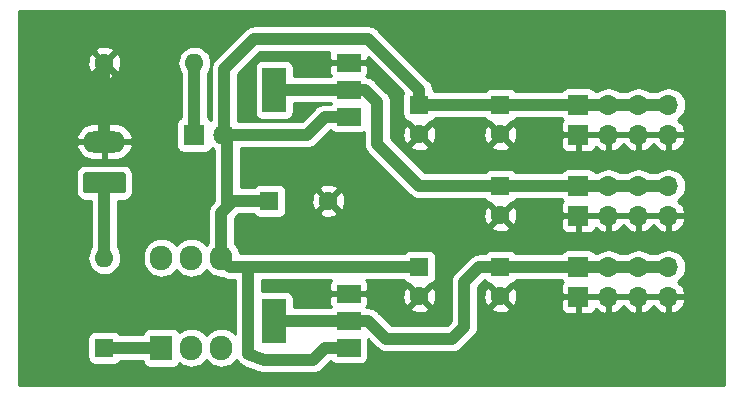
<source format=gbr>
G04 #@! TF.GenerationSoftware,KiCad,Pcbnew,5.1.3-ffb9f22~84~ubuntu18.04.1*
G04 #@! TF.CreationDate,2019-07-29T15:56:39+03:00*
G04 #@! TF.ProjectId,Power_switch,506f7765-725f-4737-9769-7463682e6b69,rev?*
G04 #@! TF.SameCoordinates,Original*
G04 #@! TF.FileFunction,Copper,L2,Bot*
G04 #@! TF.FilePolarity,Positive*
%FSLAX46Y46*%
G04 Gerber Fmt 4.6, Leading zero omitted, Abs format (unit mm)*
G04 Created by KiCad (PCBNEW 5.1.3-ffb9f22~84~ubuntu18.04.1) date 2019-07-29 15:56:39*
%MOMM*%
%LPD*%
G04 APERTURE LIST*
%ADD10R,2.000000X1.500000*%
%ADD11R,2.000000X3.800000*%
%ADD12C,1.600000*%
%ADD13R,1.600000X1.600000*%
%ADD14O,1.700000X1.700000*%
%ADD15R,1.700000X1.700000*%
%ADD16O,1.900000X2.100000*%
%ADD17R,1.900000X2.100000*%
%ADD18O,1.600000X1.600000*%
%ADD19O,3.600000X1.800000*%
%ADD20C,0.100000*%
%ADD21C,1.800000*%
%ADD22R,1.800000X1.800000*%
%ADD23C,1.000000*%
%ADD24C,0.254000*%
G04 APERTURE END LIST*
D10*
X28550000Y8396000D03*
X28550000Y3796000D03*
X28550000Y6096000D03*
D11*
X22250000Y6096000D03*
D12*
X34544000Y21884000D03*
D13*
X34544000Y24384000D03*
D12*
X34544000Y8168000D03*
D13*
X34544000Y10668000D03*
D14*
X55626000Y14986000D03*
X53086000Y14986000D03*
X50546000Y14986000D03*
D15*
X48006000Y14986000D03*
D14*
X55626000Y21844000D03*
X53086000Y21844000D03*
X50546000Y21844000D03*
D15*
X48006000Y21844000D03*
D14*
X55626000Y17526000D03*
X53086000Y17526000D03*
X50546000Y17526000D03*
D15*
X48006000Y17526000D03*
D14*
X55626000Y10668000D03*
X53086000Y10668000D03*
X50546000Y10668000D03*
D15*
X48006000Y10668000D03*
D14*
X55626000Y24384000D03*
X53086000Y24384000D03*
X50546000Y24384000D03*
D15*
X48006000Y24384000D03*
D14*
X55626000Y8128000D03*
X53086000Y8128000D03*
X50546000Y8128000D03*
D15*
X48006000Y8128000D03*
D10*
X28550000Y27954000D03*
X28550000Y23354000D03*
X28550000Y25654000D03*
D11*
X22250000Y25654000D03*
D16*
X17780000Y11430000D03*
X17780000Y3810000D03*
X15240000Y11430000D03*
X15240000Y3810000D03*
X12700000Y11430000D03*
D17*
X12700000Y3810000D03*
D18*
X15494000Y27940000D03*
D12*
X7874000Y27940000D03*
D19*
X7874000Y21280000D03*
D20*
G36*
X9448504Y18678796D02*
G01*
X9472773Y18675196D01*
X9496571Y18669235D01*
X9519671Y18660970D01*
X9541849Y18650480D01*
X9562893Y18637867D01*
X9582598Y18623253D01*
X9600777Y18606777D01*
X9617253Y18588598D01*
X9631867Y18568893D01*
X9644480Y18547849D01*
X9654970Y18525671D01*
X9663235Y18502571D01*
X9669196Y18478773D01*
X9672796Y18454504D01*
X9674000Y18430000D01*
X9674000Y17130000D01*
X9672796Y17105496D01*
X9669196Y17081227D01*
X9663235Y17057429D01*
X9654970Y17034329D01*
X9644480Y17012151D01*
X9631867Y16991107D01*
X9617253Y16971402D01*
X9600777Y16953223D01*
X9582598Y16936747D01*
X9562893Y16922133D01*
X9541849Y16909520D01*
X9519671Y16899030D01*
X9496571Y16890765D01*
X9472773Y16884804D01*
X9448504Y16881204D01*
X9424000Y16880000D01*
X6324000Y16880000D01*
X6299496Y16881204D01*
X6275227Y16884804D01*
X6251429Y16890765D01*
X6228329Y16899030D01*
X6206151Y16909520D01*
X6185107Y16922133D01*
X6165402Y16936747D01*
X6147223Y16953223D01*
X6130747Y16971402D01*
X6116133Y16991107D01*
X6103520Y17012151D01*
X6093030Y17034329D01*
X6084765Y17057429D01*
X6078804Y17081227D01*
X6075204Y17105496D01*
X6074000Y17130000D01*
X6074000Y18430000D01*
X6075204Y18454504D01*
X6078804Y18478773D01*
X6084765Y18502571D01*
X6093030Y18525671D01*
X6103520Y18547849D01*
X6116133Y18568893D01*
X6130747Y18588598D01*
X6147223Y18606777D01*
X6165402Y18623253D01*
X6185107Y18637867D01*
X6206151Y18650480D01*
X6228329Y18660970D01*
X6251429Y18669235D01*
X6275227Y18675196D01*
X6299496Y18678796D01*
X6324000Y18680000D01*
X9424000Y18680000D01*
X9448504Y18678796D01*
X9448504Y18678796D01*
G37*
D21*
X7874000Y17780000D03*
X18034000Y21844000D03*
D22*
X15494000Y21844000D03*
D18*
X7874000Y11430000D03*
D13*
X7874000Y3810000D03*
D12*
X41402000Y21884000D03*
D13*
X41402000Y24384000D03*
D12*
X41402000Y8168000D03*
D13*
X41402000Y10668000D03*
D12*
X41402000Y15026000D03*
D13*
X41402000Y17526000D03*
D12*
X26844000Y16256000D03*
D13*
X21844000Y16256000D03*
D23*
X7874000Y27940000D02*
X7874000Y21280000D01*
X28300000Y27954000D02*
X28550000Y27954000D01*
X21844000Y16256000D02*
X18796000Y16256000D01*
X18796000Y16256000D02*
X18288000Y15748000D01*
X18288000Y15748000D02*
X18288000Y21590000D01*
X34544000Y24384000D02*
X55626000Y24384000D01*
X25040000Y21844000D02*
X19306792Y21844000D01*
X19306792Y21844000D02*
X18034000Y21844000D01*
X26550000Y23354000D02*
X25040000Y21844000D01*
X28550000Y23354000D02*
X26550000Y23354000D01*
X34544000Y10668000D02*
X18542000Y10668000D01*
X18542000Y10668000D02*
X17780000Y11430000D01*
X21391998Y2794000D02*
X20066000Y3302000D01*
X25548000Y2794000D02*
X21391998Y2794000D01*
X20066000Y3302000D02*
X20066000Y10668000D01*
X28550000Y3796000D02*
X26550000Y3796000D01*
X26550000Y3796000D02*
X25548000Y2794000D01*
X17780000Y15240000D02*
X17780000Y11430000D01*
X18288000Y15748000D02*
X17780000Y15240000D01*
X18034000Y27432000D02*
X18034000Y21844000D01*
X20574000Y29972000D02*
X18034000Y27432000D01*
X30226000Y29972000D02*
X20574000Y29972000D01*
X34544000Y24384000D02*
X34544000Y25654000D01*
X34544000Y25654000D02*
X30226000Y29972000D01*
X22250000Y25654000D02*
X28550000Y25654000D01*
X41402000Y17526000D02*
X55626000Y17526000D01*
X39602000Y17526000D02*
X41402000Y17526000D01*
X34544000Y17526000D02*
X39602000Y17526000D01*
X30988000Y21082000D02*
X34544000Y17526000D01*
X28550000Y25654000D02*
X29972000Y25654000D01*
X30988000Y24638000D02*
X30988000Y21082000D01*
X29972000Y25654000D02*
X30988000Y24638000D01*
X22250000Y6096000D02*
X28550000Y6096000D01*
X55626000Y10668000D02*
X41402000Y10668000D01*
X30226000Y6096000D02*
X29210000Y6096000D01*
X39602000Y10668000D02*
X38354000Y9420000D01*
X41402000Y10668000D02*
X39602000Y10668000D01*
X38354000Y9420000D02*
X38354000Y5588000D01*
X37338000Y4572000D02*
X31750000Y4572000D01*
X31750000Y4572000D02*
X30226000Y6096000D01*
X38354000Y5588000D02*
X37338000Y4572000D01*
X7874000Y17780000D02*
X7874000Y11430000D01*
X7874000Y3810000D02*
X12700000Y3810000D01*
X15494000Y27940000D02*
X15494000Y21844000D01*
D24*
G36*
X60300001Y660000D02*
G01*
X660000Y660000D01*
X660000Y4610000D01*
X6435928Y4610000D01*
X6435928Y3010000D01*
X6448188Y2885518D01*
X6484498Y2765820D01*
X6543463Y2655506D01*
X6622815Y2558815D01*
X6719506Y2479463D01*
X6829820Y2420498D01*
X6949518Y2384188D01*
X7074000Y2371928D01*
X8674000Y2371928D01*
X8798482Y2384188D01*
X8918180Y2420498D01*
X9028494Y2479463D01*
X9125185Y2558815D01*
X9204537Y2655506D01*
X9214957Y2675000D01*
X11120299Y2675000D01*
X11124188Y2635518D01*
X11160498Y2515820D01*
X11219463Y2405506D01*
X11298815Y2308815D01*
X11395506Y2229463D01*
X11505820Y2170498D01*
X11625518Y2134188D01*
X11750000Y2121928D01*
X13650000Y2121928D01*
X13774482Y2134188D01*
X13894180Y2170498D01*
X14004494Y2229463D01*
X14101185Y2308815D01*
X14180537Y2405506D01*
X14226440Y2491383D01*
X14355162Y2385744D01*
X14630513Y2238566D01*
X14929287Y2147934D01*
X15240000Y2117331D01*
X15550714Y2147934D01*
X15849488Y2238566D01*
X16124839Y2385744D01*
X16366187Y2583813D01*
X16510000Y2759050D01*
X16653813Y2583813D01*
X16895162Y2385744D01*
X17170513Y2238566D01*
X17469287Y2147934D01*
X17780000Y2117331D01*
X18090714Y2147934D01*
X18389488Y2238566D01*
X18664839Y2385744D01*
X18906187Y2583813D01*
X19061250Y2772759D01*
X19072197Y2753537D01*
X19117716Y2668377D01*
X19127462Y2656502D01*
X19135062Y2643157D01*
X19198284Y2570205D01*
X19259551Y2495551D01*
X19271428Y2485804D01*
X19281484Y2474200D01*
X19357716Y2414989D01*
X19432377Y2353716D01*
X19445927Y2346474D01*
X19458054Y2337054D01*
X19544382Y2293849D01*
X19629553Y2248324D01*
X19697768Y2227631D01*
X20919619Y1759530D01*
X20955551Y1740324D01*
X21023758Y1719633D01*
X21038011Y1714173D01*
X21077103Y1703451D01*
X21169499Y1675423D01*
X21184785Y1673917D01*
X21199597Y1669855D01*
X21295886Y1662975D01*
X21336246Y1659000D01*
X21351520Y1659000D01*
X21422604Y1653921D01*
X21463021Y1659000D01*
X25492249Y1659000D01*
X25548000Y1653509D01*
X25603751Y1659000D01*
X25603752Y1659000D01*
X25770499Y1675423D01*
X25984447Y1740324D01*
X26181623Y1845716D01*
X26354449Y1987551D01*
X26389996Y2030864D01*
X27020132Y2661000D01*
X27044499Y2661000D01*
X27098815Y2594815D01*
X27195506Y2515463D01*
X27305820Y2456498D01*
X27425518Y2420188D01*
X27550000Y2407928D01*
X29550000Y2407928D01*
X29674482Y2420188D01*
X29794180Y2456498D01*
X29904494Y2515463D01*
X30001185Y2594815D01*
X30080537Y2691506D01*
X30139502Y2801820D01*
X30175812Y2921518D01*
X30188072Y3046000D01*
X30188072Y4528796D01*
X30908009Y3808860D01*
X30943551Y3765551D01*
X31116377Y3623716D01*
X31313553Y3518324D01*
X31527501Y3453423D01*
X31694248Y3437000D01*
X31694257Y3437000D01*
X31749999Y3431510D01*
X31805741Y3437000D01*
X37282249Y3437000D01*
X37338000Y3431509D01*
X37393751Y3437000D01*
X37393752Y3437000D01*
X37560499Y3453423D01*
X37774447Y3518324D01*
X37971623Y3623716D01*
X38144449Y3765551D01*
X38179996Y3808864D01*
X39117140Y4746008D01*
X39160449Y4781551D01*
X39302284Y4954377D01*
X39407676Y5151553D01*
X39472577Y5365501D01*
X39489000Y5532248D01*
X39494491Y5588000D01*
X39489000Y5643751D01*
X39489000Y7175298D01*
X40588903Y7175298D01*
X40660486Y6931329D01*
X40915996Y6810429D01*
X41190184Y6741700D01*
X41472512Y6727783D01*
X41752130Y6769213D01*
X42018292Y6864397D01*
X42143514Y6931329D01*
X42215097Y7175298D01*
X42112395Y7278000D01*
X46517928Y7278000D01*
X46530188Y7153518D01*
X46566498Y7033820D01*
X46625463Y6923506D01*
X46704815Y6826815D01*
X46801506Y6747463D01*
X46911820Y6688498D01*
X47031518Y6652188D01*
X47156000Y6639928D01*
X47720250Y6643000D01*
X47879000Y6801750D01*
X47879000Y8001000D01*
X48133000Y8001000D01*
X48133000Y6801750D01*
X48291750Y6643000D01*
X48856000Y6639928D01*
X48980482Y6652188D01*
X49100180Y6688498D01*
X49210494Y6747463D01*
X49307185Y6826815D01*
X49386537Y6923506D01*
X49445502Y7033820D01*
X49469966Y7114466D01*
X49545731Y7030412D01*
X49779080Y6856359D01*
X50041901Y6731175D01*
X50189110Y6686524D01*
X50419000Y6807845D01*
X50419000Y8001000D01*
X50673000Y8001000D01*
X50673000Y6807845D01*
X50902890Y6686524D01*
X51050099Y6731175D01*
X51312920Y6856359D01*
X51546269Y7030412D01*
X51741178Y7246645D01*
X51816000Y7372255D01*
X51890822Y7246645D01*
X52085731Y7030412D01*
X52319080Y6856359D01*
X52581901Y6731175D01*
X52729110Y6686524D01*
X52959000Y6807845D01*
X52959000Y8001000D01*
X53213000Y8001000D01*
X53213000Y6807845D01*
X53442890Y6686524D01*
X53590099Y6731175D01*
X53852920Y6856359D01*
X54086269Y7030412D01*
X54281178Y7246645D01*
X54356000Y7372255D01*
X54430822Y7246645D01*
X54625731Y7030412D01*
X54859080Y6856359D01*
X55121901Y6731175D01*
X55269110Y6686524D01*
X55499000Y6807845D01*
X55499000Y8001000D01*
X55753000Y8001000D01*
X55753000Y6807845D01*
X55982890Y6686524D01*
X56130099Y6731175D01*
X56392920Y6856359D01*
X56626269Y7030412D01*
X56821178Y7246645D01*
X56970157Y7496748D01*
X57067481Y7771109D01*
X56946814Y8001000D01*
X55753000Y8001000D01*
X55499000Y8001000D01*
X53213000Y8001000D01*
X52959000Y8001000D01*
X50673000Y8001000D01*
X50419000Y8001000D01*
X48133000Y8001000D01*
X47879000Y8001000D01*
X46679750Y8001000D01*
X46521000Y7842250D01*
X46517928Y7278000D01*
X42112395Y7278000D01*
X41402000Y7988395D01*
X40588903Y7175298D01*
X39489000Y7175298D01*
X39489000Y8097488D01*
X39961783Y8097488D01*
X40003213Y7817870D01*
X40098397Y7551708D01*
X40165329Y7426486D01*
X40409298Y7354903D01*
X41222395Y8168000D01*
X41581605Y8168000D01*
X42394702Y7354903D01*
X42638671Y7426486D01*
X42759571Y7681996D01*
X42828300Y7956184D01*
X42842217Y8238512D01*
X42800787Y8518130D01*
X42705603Y8784292D01*
X42638671Y8909514D01*
X42394702Y8981097D01*
X41581605Y8168000D01*
X41222395Y8168000D01*
X40409298Y8981097D01*
X40165329Y8909514D01*
X40044429Y8654004D01*
X39975700Y8379816D01*
X39961783Y8097488D01*
X39489000Y8097488D01*
X39489000Y8949868D01*
X40064906Y9525773D01*
X40071463Y9513506D01*
X40150815Y9416815D01*
X40247506Y9337463D01*
X40357820Y9278498D01*
X40477518Y9242188D01*
X40602000Y9229928D01*
X40609215Y9229928D01*
X40588903Y9160702D01*
X41402000Y8347605D01*
X42215097Y9160702D01*
X42194785Y9229928D01*
X42202000Y9229928D01*
X42326482Y9242188D01*
X42446180Y9278498D01*
X42556494Y9337463D01*
X42653185Y9416815D01*
X42732537Y9513506D01*
X42742957Y9533000D01*
X46588317Y9533000D01*
X46625463Y9463506D01*
X46679222Y9398000D01*
X46625463Y9332494D01*
X46566498Y9222180D01*
X46530188Y9102482D01*
X46517928Y8978000D01*
X46521000Y8413750D01*
X46679750Y8255000D01*
X47879000Y8255000D01*
X47879000Y8275000D01*
X48133000Y8275000D01*
X48133000Y8255000D01*
X50419000Y8255000D01*
X50419000Y8275000D01*
X50673000Y8275000D01*
X50673000Y8255000D01*
X52959000Y8255000D01*
X52959000Y8275000D01*
X53213000Y8275000D01*
X53213000Y8255000D01*
X55499000Y8255000D01*
X55499000Y8275000D01*
X55753000Y8275000D01*
X55753000Y8255000D01*
X56946814Y8255000D01*
X57067481Y8484891D01*
X56970157Y8759252D01*
X56821178Y9009355D01*
X56626269Y9225588D01*
X56397244Y9396416D01*
X56455014Y9427294D01*
X56681134Y9612866D01*
X56866706Y9838986D01*
X57004599Y10096966D01*
X57089513Y10376889D01*
X57118185Y10668000D01*
X57089513Y10959111D01*
X57004599Y11239034D01*
X56866706Y11497014D01*
X56681134Y11723134D01*
X56455014Y11908706D01*
X56197034Y12046599D01*
X55917111Y12131513D01*
X55698950Y12153000D01*
X55553050Y12153000D01*
X55334889Y12131513D01*
X55054966Y12046599D01*
X54796986Y11908706D01*
X54668183Y11803000D01*
X54043817Y11803000D01*
X53915014Y11908706D01*
X53657034Y12046599D01*
X53377111Y12131513D01*
X53158950Y12153000D01*
X53013050Y12153000D01*
X52794889Y12131513D01*
X52514966Y12046599D01*
X52256986Y11908706D01*
X52128183Y11803000D01*
X51503817Y11803000D01*
X51375014Y11908706D01*
X51117034Y12046599D01*
X50837111Y12131513D01*
X50618950Y12153000D01*
X50473050Y12153000D01*
X50254889Y12131513D01*
X49974966Y12046599D01*
X49716986Y11908706D01*
X49588183Y11803000D01*
X49423683Y11803000D01*
X49386537Y11872494D01*
X49307185Y11969185D01*
X49210494Y12048537D01*
X49100180Y12107502D01*
X48980482Y12143812D01*
X48856000Y12156072D01*
X47156000Y12156072D01*
X47031518Y12143812D01*
X46911820Y12107502D01*
X46801506Y12048537D01*
X46704815Y11969185D01*
X46625463Y11872494D01*
X46588317Y11803000D01*
X42742957Y11803000D01*
X42732537Y11822494D01*
X42653185Y11919185D01*
X42556494Y11998537D01*
X42446180Y12057502D01*
X42326482Y12093812D01*
X42202000Y12106072D01*
X40602000Y12106072D01*
X40477518Y12093812D01*
X40357820Y12057502D01*
X40247506Y11998537D01*
X40150815Y11919185D01*
X40071463Y11822494D01*
X40061043Y11803000D01*
X39657752Y11803000D01*
X39602000Y11808491D01*
X39379501Y11786577D01*
X39165553Y11721676D01*
X38968377Y11616284D01*
X38838856Y11509989D01*
X38838854Y11509987D01*
X38795551Y11474449D01*
X38760013Y11431146D01*
X37590864Y10261995D01*
X37547551Y10226449D01*
X37405716Y10053623D01*
X37306500Y9868000D01*
X37300324Y9856446D01*
X37235423Y9642498D01*
X37213509Y9420000D01*
X37219000Y9364248D01*
X37219001Y6058133D01*
X36867869Y5707000D01*
X32220132Y5707000D01*
X31067996Y6859135D01*
X31032449Y6902449D01*
X30859623Y7044284D01*
X30662447Y7149676D01*
X30577984Y7175298D01*
X33730903Y7175298D01*
X33802486Y6931329D01*
X34057996Y6810429D01*
X34332184Y6741700D01*
X34614512Y6727783D01*
X34894130Y6769213D01*
X35160292Y6864397D01*
X35285514Y6931329D01*
X35357097Y7175298D01*
X34544000Y7988395D01*
X33730903Y7175298D01*
X30577984Y7175298D01*
X30448499Y7214577D01*
X30281752Y7231000D01*
X30281751Y7231000D01*
X30226000Y7236491D01*
X30170249Y7231000D01*
X30055501Y7231000D01*
X30043191Y7246000D01*
X30080537Y7291506D01*
X30139502Y7401820D01*
X30175812Y7521518D01*
X30188072Y7646000D01*
X30185085Y8097488D01*
X33103783Y8097488D01*
X33145213Y7817870D01*
X33240397Y7551708D01*
X33307329Y7426486D01*
X33551298Y7354903D01*
X34364395Y8168000D01*
X34723605Y8168000D01*
X35536702Y7354903D01*
X35780671Y7426486D01*
X35901571Y7681996D01*
X35970300Y7956184D01*
X35984217Y8238512D01*
X35942787Y8518130D01*
X35847603Y8784292D01*
X35780671Y8909514D01*
X35536702Y8981097D01*
X34723605Y8168000D01*
X34364395Y8168000D01*
X33551298Y8981097D01*
X33307329Y8909514D01*
X33186429Y8654004D01*
X33117700Y8379816D01*
X33103783Y8097488D01*
X30185085Y8097488D01*
X30185000Y8110250D01*
X30026250Y8269000D01*
X28677000Y8269000D01*
X28677000Y8249000D01*
X28423000Y8249000D01*
X28423000Y8269000D01*
X27073750Y8269000D01*
X26915000Y8110250D01*
X26911928Y7646000D01*
X26924188Y7521518D01*
X26960498Y7401820D01*
X27019463Y7291506D01*
X27056809Y7246000D01*
X27044499Y7231000D01*
X23888072Y7231000D01*
X23888072Y7996000D01*
X23875812Y8120482D01*
X23839502Y8240180D01*
X23780537Y8350494D01*
X23701185Y8447185D01*
X23604494Y8526537D01*
X23494180Y8585502D01*
X23374482Y8621812D01*
X23250000Y8634072D01*
X21250000Y8634072D01*
X21201000Y8629246D01*
X21201000Y9533000D01*
X27046140Y9533000D01*
X27019463Y9500494D01*
X26960498Y9390180D01*
X26924188Y9270482D01*
X26911928Y9146000D01*
X26915000Y8681750D01*
X27073750Y8523000D01*
X28423000Y8523000D01*
X28423000Y8543000D01*
X28677000Y8543000D01*
X28677000Y8523000D01*
X30026250Y8523000D01*
X30185000Y8681750D01*
X30188072Y9146000D01*
X30175812Y9270482D01*
X30139502Y9390180D01*
X30080537Y9500494D01*
X30053860Y9533000D01*
X33203043Y9533000D01*
X33213463Y9513506D01*
X33292815Y9416815D01*
X33389506Y9337463D01*
X33499820Y9278498D01*
X33619518Y9242188D01*
X33744000Y9229928D01*
X33751215Y9229928D01*
X33730903Y9160702D01*
X34544000Y8347605D01*
X35357097Y9160702D01*
X35336785Y9229928D01*
X35344000Y9229928D01*
X35468482Y9242188D01*
X35588180Y9278498D01*
X35698494Y9337463D01*
X35795185Y9416815D01*
X35874537Y9513506D01*
X35933502Y9623820D01*
X35969812Y9743518D01*
X35982072Y9868000D01*
X35982072Y11468000D01*
X35969812Y11592482D01*
X35933502Y11712180D01*
X35874537Y11822494D01*
X35795185Y11919185D01*
X35698494Y11998537D01*
X35588180Y12057502D01*
X35468482Y12093812D01*
X35344000Y12106072D01*
X33744000Y12106072D01*
X33619518Y12093812D01*
X33499820Y12057502D01*
X33389506Y11998537D01*
X33292815Y11919185D01*
X33213463Y11822494D01*
X33203043Y11803000D01*
X20121752Y11803000D01*
X20066000Y11808491D01*
X20010249Y11803000D01*
X19345781Y11803000D01*
X19342066Y11840714D01*
X19251434Y12139488D01*
X19104256Y12414839D01*
X18915000Y12645448D01*
X18915000Y14033298D01*
X40588903Y14033298D01*
X40660486Y13789329D01*
X40915996Y13668429D01*
X41190184Y13599700D01*
X41472512Y13585783D01*
X41752130Y13627213D01*
X42018292Y13722397D01*
X42143514Y13789329D01*
X42215097Y14033298D01*
X42112395Y14136000D01*
X46517928Y14136000D01*
X46530188Y14011518D01*
X46566498Y13891820D01*
X46625463Y13781506D01*
X46704815Y13684815D01*
X46801506Y13605463D01*
X46911820Y13546498D01*
X47031518Y13510188D01*
X47156000Y13497928D01*
X47720250Y13501000D01*
X47879000Y13659750D01*
X47879000Y14859000D01*
X48133000Y14859000D01*
X48133000Y13659750D01*
X48291750Y13501000D01*
X48856000Y13497928D01*
X48980482Y13510188D01*
X49100180Y13546498D01*
X49210494Y13605463D01*
X49307185Y13684815D01*
X49386537Y13781506D01*
X49445502Y13891820D01*
X49469966Y13972466D01*
X49545731Y13888412D01*
X49779080Y13714359D01*
X50041901Y13589175D01*
X50189110Y13544524D01*
X50419000Y13665845D01*
X50419000Y14859000D01*
X50673000Y14859000D01*
X50673000Y13665845D01*
X50902890Y13544524D01*
X51050099Y13589175D01*
X51312920Y13714359D01*
X51546269Y13888412D01*
X51741178Y14104645D01*
X51816000Y14230255D01*
X51890822Y14104645D01*
X52085731Y13888412D01*
X52319080Y13714359D01*
X52581901Y13589175D01*
X52729110Y13544524D01*
X52959000Y13665845D01*
X52959000Y14859000D01*
X53213000Y14859000D01*
X53213000Y13665845D01*
X53442890Y13544524D01*
X53590099Y13589175D01*
X53852920Y13714359D01*
X54086269Y13888412D01*
X54281178Y14104645D01*
X54356000Y14230255D01*
X54430822Y14104645D01*
X54625731Y13888412D01*
X54859080Y13714359D01*
X55121901Y13589175D01*
X55269110Y13544524D01*
X55499000Y13665845D01*
X55499000Y14859000D01*
X55753000Y14859000D01*
X55753000Y13665845D01*
X55982890Y13544524D01*
X56130099Y13589175D01*
X56392920Y13714359D01*
X56626269Y13888412D01*
X56821178Y14104645D01*
X56970157Y14354748D01*
X57067481Y14629109D01*
X56946814Y14859000D01*
X55753000Y14859000D01*
X55499000Y14859000D01*
X53213000Y14859000D01*
X52959000Y14859000D01*
X50673000Y14859000D01*
X50419000Y14859000D01*
X48133000Y14859000D01*
X47879000Y14859000D01*
X46679750Y14859000D01*
X46521000Y14700250D01*
X46517928Y14136000D01*
X42112395Y14136000D01*
X41402000Y14846395D01*
X40588903Y14033298D01*
X18915000Y14033298D01*
X18915000Y14769869D01*
X19051135Y14906004D01*
X19094449Y14941551D01*
X19129996Y14984865D01*
X19266131Y15121000D01*
X20503043Y15121000D01*
X20513463Y15101506D01*
X20592815Y15004815D01*
X20689506Y14925463D01*
X20799820Y14866498D01*
X20919518Y14830188D01*
X21044000Y14817928D01*
X22644000Y14817928D01*
X22768482Y14830188D01*
X22888180Y14866498D01*
X22998494Y14925463D01*
X23095185Y15004815D01*
X23174537Y15101506D01*
X23233502Y15211820D01*
X23249117Y15263298D01*
X26030903Y15263298D01*
X26102486Y15019329D01*
X26357996Y14898429D01*
X26632184Y14829700D01*
X26914512Y14815783D01*
X27194130Y14857213D01*
X27460292Y14952397D01*
X27466074Y14955488D01*
X39961783Y14955488D01*
X40003213Y14675870D01*
X40098397Y14409708D01*
X40165329Y14284486D01*
X40409298Y14212903D01*
X41222395Y15026000D01*
X41581605Y15026000D01*
X42394702Y14212903D01*
X42638671Y14284486D01*
X42759571Y14539996D01*
X42828300Y14814184D01*
X42842217Y15096512D01*
X42800787Y15376130D01*
X42705603Y15642292D01*
X42638671Y15767514D01*
X42394702Y15839097D01*
X41581605Y15026000D01*
X41222395Y15026000D01*
X40409298Y15839097D01*
X40165329Y15767514D01*
X40044429Y15512004D01*
X39975700Y15237816D01*
X39961783Y14955488D01*
X27466074Y14955488D01*
X27585514Y15019329D01*
X27657097Y15263298D01*
X26844000Y16076395D01*
X26030903Y15263298D01*
X23249117Y15263298D01*
X23269812Y15331518D01*
X23282072Y15456000D01*
X23282072Y16185488D01*
X25403783Y16185488D01*
X25445213Y15905870D01*
X25540397Y15639708D01*
X25607329Y15514486D01*
X25851298Y15442903D01*
X26664395Y16256000D01*
X27023605Y16256000D01*
X27836702Y15442903D01*
X28080671Y15514486D01*
X28201571Y15769996D01*
X28270300Y16044184D01*
X28284217Y16326512D01*
X28242787Y16606130D01*
X28147603Y16872292D01*
X28080671Y16997514D01*
X27836702Y17069097D01*
X27023605Y16256000D01*
X26664395Y16256000D01*
X25851298Y17069097D01*
X25607329Y16997514D01*
X25486429Y16742004D01*
X25417700Y16467816D01*
X25403783Y16185488D01*
X23282072Y16185488D01*
X23282072Y17056000D01*
X23269812Y17180482D01*
X23249118Y17248702D01*
X26030903Y17248702D01*
X26844000Y16435605D01*
X27657097Y17248702D01*
X27585514Y17492671D01*
X27330004Y17613571D01*
X27055816Y17682300D01*
X26773488Y17696217D01*
X26493870Y17654787D01*
X26227708Y17559603D01*
X26102486Y17492671D01*
X26030903Y17248702D01*
X23249118Y17248702D01*
X23233502Y17300180D01*
X23174537Y17410494D01*
X23095185Y17507185D01*
X22998494Y17586537D01*
X22888180Y17645502D01*
X22768482Y17681812D01*
X22644000Y17694072D01*
X21044000Y17694072D01*
X20919518Y17681812D01*
X20799820Y17645502D01*
X20689506Y17586537D01*
X20592815Y17507185D01*
X20513463Y17410494D01*
X20503043Y17391000D01*
X19423000Y17391000D01*
X19423000Y20709000D01*
X24984249Y20709000D01*
X25040000Y20703509D01*
X25095751Y20709000D01*
X25095752Y20709000D01*
X25262499Y20725423D01*
X25476447Y20790324D01*
X25673623Y20895716D01*
X25846449Y21037551D01*
X25881996Y21080865D01*
X27020132Y22219000D01*
X27044499Y22219000D01*
X27098815Y22152815D01*
X27195506Y22073463D01*
X27305820Y22014498D01*
X27425518Y21978188D01*
X27550000Y21965928D01*
X29550000Y21965928D01*
X29674482Y21978188D01*
X29794180Y22014498D01*
X29853001Y22045939D01*
X29853001Y21137761D01*
X29847509Y21082000D01*
X29869423Y20859502D01*
X29934324Y20645554D01*
X29969151Y20580397D01*
X30039717Y20448377D01*
X30181552Y20275551D01*
X30224860Y20240009D01*
X33702009Y16762859D01*
X33737551Y16719551D01*
X33910377Y16577716D01*
X34107553Y16472324D01*
X34321501Y16407423D01*
X34488248Y16391000D01*
X34488257Y16391000D01*
X34543999Y16385510D01*
X34599741Y16391000D01*
X40061043Y16391000D01*
X40071463Y16371506D01*
X40150815Y16274815D01*
X40247506Y16195463D01*
X40357820Y16136498D01*
X40477518Y16100188D01*
X40602000Y16087928D01*
X40609215Y16087928D01*
X40588903Y16018702D01*
X41402000Y15205605D01*
X42215097Y16018702D01*
X42194785Y16087928D01*
X42202000Y16087928D01*
X42326482Y16100188D01*
X42446180Y16136498D01*
X42556494Y16195463D01*
X42653185Y16274815D01*
X42732537Y16371506D01*
X42742957Y16391000D01*
X46588317Y16391000D01*
X46625463Y16321506D01*
X46679222Y16256000D01*
X46625463Y16190494D01*
X46566498Y16080180D01*
X46530188Y15960482D01*
X46517928Y15836000D01*
X46521000Y15271750D01*
X46679750Y15113000D01*
X47879000Y15113000D01*
X47879000Y15133000D01*
X48133000Y15133000D01*
X48133000Y15113000D01*
X50419000Y15113000D01*
X50419000Y15133000D01*
X50673000Y15133000D01*
X50673000Y15113000D01*
X52959000Y15113000D01*
X52959000Y15133000D01*
X53213000Y15133000D01*
X53213000Y15113000D01*
X55499000Y15113000D01*
X55499000Y15133000D01*
X55753000Y15133000D01*
X55753000Y15113000D01*
X56946814Y15113000D01*
X57067481Y15342891D01*
X56970157Y15617252D01*
X56821178Y15867355D01*
X56626269Y16083588D01*
X56397244Y16254416D01*
X56455014Y16285294D01*
X56681134Y16470866D01*
X56866706Y16696986D01*
X57004599Y16954966D01*
X57089513Y17234889D01*
X57118185Y17526000D01*
X57089513Y17817111D01*
X57004599Y18097034D01*
X56866706Y18355014D01*
X56681134Y18581134D01*
X56455014Y18766706D01*
X56197034Y18904599D01*
X55917111Y18989513D01*
X55698950Y19011000D01*
X55553050Y19011000D01*
X55334889Y18989513D01*
X55054966Y18904599D01*
X54796986Y18766706D01*
X54668183Y18661000D01*
X54043817Y18661000D01*
X53915014Y18766706D01*
X53657034Y18904599D01*
X53377111Y18989513D01*
X53158950Y19011000D01*
X53013050Y19011000D01*
X52794889Y18989513D01*
X52514966Y18904599D01*
X52256986Y18766706D01*
X52128183Y18661000D01*
X51503817Y18661000D01*
X51375014Y18766706D01*
X51117034Y18904599D01*
X50837111Y18989513D01*
X50618950Y19011000D01*
X50473050Y19011000D01*
X50254889Y18989513D01*
X49974966Y18904599D01*
X49716986Y18766706D01*
X49588183Y18661000D01*
X49423683Y18661000D01*
X49386537Y18730494D01*
X49307185Y18827185D01*
X49210494Y18906537D01*
X49100180Y18965502D01*
X48980482Y19001812D01*
X48856000Y19014072D01*
X47156000Y19014072D01*
X47031518Y19001812D01*
X46911820Y18965502D01*
X46801506Y18906537D01*
X46704815Y18827185D01*
X46625463Y18730494D01*
X46588317Y18661000D01*
X42742957Y18661000D01*
X42732537Y18680494D01*
X42653185Y18777185D01*
X42556494Y18856537D01*
X42446180Y18915502D01*
X42326482Y18951812D01*
X42202000Y18964072D01*
X40602000Y18964072D01*
X40477518Y18951812D01*
X40357820Y18915502D01*
X40247506Y18856537D01*
X40150815Y18777185D01*
X40071463Y18680494D01*
X40061043Y18661000D01*
X35014132Y18661000D01*
X32783834Y20891298D01*
X33730903Y20891298D01*
X33802486Y20647329D01*
X34057996Y20526429D01*
X34332184Y20457700D01*
X34614512Y20443783D01*
X34894130Y20485213D01*
X35160292Y20580397D01*
X35285514Y20647329D01*
X35357097Y20891298D01*
X40588903Y20891298D01*
X40660486Y20647329D01*
X40915996Y20526429D01*
X41190184Y20457700D01*
X41472512Y20443783D01*
X41752130Y20485213D01*
X42018292Y20580397D01*
X42143514Y20647329D01*
X42215097Y20891298D01*
X42112395Y20994000D01*
X46517928Y20994000D01*
X46530188Y20869518D01*
X46566498Y20749820D01*
X46625463Y20639506D01*
X46704815Y20542815D01*
X46801506Y20463463D01*
X46911820Y20404498D01*
X47031518Y20368188D01*
X47156000Y20355928D01*
X47720250Y20359000D01*
X47879000Y20517750D01*
X47879000Y21717000D01*
X48133000Y21717000D01*
X48133000Y20517750D01*
X48291750Y20359000D01*
X48856000Y20355928D01*
X48980482Y20368188D01*
X49100180Y20404498D01*
X49210494Y20463463D01*
X49307185Y20542815D01*
X49386537Y20639506D01*
X49445502Y20749820D01*
X49469966Y20830466D01*
X49545731Y20746412D01*
X49779080Y20572359D01*
X50041901Y20447175D01*
X50189110Y20402524D01*
X50419000Y20523845D01*
X50419000Y21717000D01*
X50673000Y21717000D01*
X50673000Y20523845D01*
X50902890Y20402524D01*
X51050099Y20447175D01*
X51312920Y20572359D01*
X51546269Y20746412D01*
X51741178Y20962645D01*
X51816000Y21088255D01*
X51890822Y20962645D01*
X52085731Y20746412D01*
X52319080Y20572359D01*
X52581901Y20447175D01*
X52729110Y20402524D01*
X52959000Y20523845D01*
X52959000Y21717000D01*
X53213000Y21717000D01*
X53213000Y20523845D01*
X53442890Y20402524D01*
X53590099Y20447175D01*
X53852920Y20572359D01*
X54086269Y20746412D01*
X54281178Y20962645D01*
X54356000Y21088255D01*
X54430822Y20962645D01*
X54625731Y20746412D01*
X54859080Y20572359D01*
X55121901Y20447175D01*
X55269110Y20402524D01*
X55499000Y20523845D01*
X55499000Y21717000D01*
X55753000Y21717000D01*
X55753000Y20523845D01*
X55982890Y20402524D01*
X56130099Y20447175D01*
X56392920Y20572359D01*
X56626269Y20746412D01*
X56821178Y20962645D01*
X56970157Y21212748D01*
X57067481Y21487109D01*
X56946814Y21717000D01*
X55753000Y21717000D01*
X55499000Y21717000D01*
X53213000Y21717000D01*
X52959000Y21717000D01*
X50673000Y21717000D01*
X50419000Y21717000D01*
X48133000Y21717000D01*
X47879000Y21717000D01*
X46679750Y21717000D01*
X46521000Y21558250D01*
X46517928Y20994000D01*
X42112395Y20994000D01*
X41402000Y21704395D01*
X40588903Y20891298D01*
X35357097Y20891298D01*
X34544000Y21704395D01*
X33730903Y20891298D01*
X32783834Y20891298D01*
X32123000Y21552131D01*
X32123000Y21813488D01*
X33103783Y21813488D01*
X33145213Y21533870D01*
X33240397Y21267708D01*
X33307329Y21142486D01*
X33551298Y21070903D01*
X34364395Y21884000D01*
X34723605Y21884000D01*
X35536702Y21070903D01*
X35780671Y21142486D01*
X35901571Y21397996D01*
X35970300Y21672184D01*
X35977265Y21813488D01*
X39961783Y21813488D01*
X40003213Y21533870D01*
X40098397Y21267708D01*
X40165329Y21142486D01*
X40409298Y21070903D01*
X41222395Y21884000D01*
X41581605Y21884000D01*
X42394702Y21070903D01*
X42638671Y21142486D01*
X42759571Y21397996D01*
X42828300Y21672184D01*
X42842217Y21954512D01*
X42800787Y22234130D01*
X42705603Y22500292D01*
X42638671Y22625514D01*
X42394702Y22697097D01*
X41581605Y21884000D01*
X41222395Y21884000D01*
X40409298Y22697097D01*
X40165329Y22625514D01*
X40044429Y22370004D01*
X39975700Y22095816D01*
X39961783Y21813488D01*
X35977265Y21813488D01*
X35984217Y21954512D01*
X35942787Y22234130D01*
X35847603Y22500292D01*
X35780671Y22625514D01*
X35536702Y22697097D01*
X34723605Y21884000D01*
X34364395Y21884000D01*
X33551298Y22697097D01*
X33307329Y22625514D01*
X33186429Y22370004D01*
X33117700Y22095816D01*
X33103783Y21813488D01*
X32123000Y21813488D01*
X32123000Y24582249D01*
X32128491Y24638000D01*
X32106577Y24860499D01*
X32041676Y25074447D01*
X31979672Y25190449D01*
X31936284Y25271623D01*
X31794449Y25444449D01*
X31751140Y25479992D01*
X30813996Y26417136D01*
X30778449Y26460449D01*
X30605623Y26602284D01*
X30408447Y26707676D01*
X30194499Y26772577D01*
X30057942Y26786027D01*
X30043191Y26804000D01*
X30080537Y26849506D01*
X30139502Y26959820D01*
X30175812Y27079518D01*
X30188072Y27204000D01*
X30185000Y27668250D01*
X30026250Y27827000D01*
X28677000Y27827000D01*
X28677000Y27807000D01*
X28423000Y27807000D01*
X28423000Y27827000D01*
X27073750Y27827000D01*
X26915000Y27668250D01*
X26911928Y27204000D01*
X26924188Y27079518D01*
X26960498Y26959820D01*
X27019463Y26849506D01*
X27056809Y26804000D01*
X27044499Y26789000D01*
X23888072Y26789000D01*
X23888072Y27554000D01*
X23875812Y27678482D01*
X23839502Y27798180D01*
X23780537Y27908494D01*
X23701185Y28005185D01*
X23604494Y28084537D01*
X23494180Y28143502D01*
X23374482Y28179812D01*
X23250000Y28192072D01*
X21250000Y28192072D01*
X21125518Y28179812D01*
X21005820Y28143502D01*
X20895506Y28084537D01*
X20798815Y28005185D01*
X20719463Y27908494D01*
X20660498Y27798180D01*
X20624188Y27678482D01*
X20611928Y27554000D01*
X20611928Y23754000D01*
X20624188Y23629518D01*
X20660498Y23509820D01*
X20719463Y23399506D01*
X20798815Y23302815D01*
X20895506Y23223463D01*
X21005820Y23164498D01*
X21125518Y23128188D01*
X21250000Y23115928D01*
X23250000Y23115928D01*
X23374482Y23128188D01*
X23494180Y23164498D01*
X23604494Y23223463D01*
X23701185Y23302815D01*
X23780537Y23399506D01*
X23839502Y23509820D01*
X23875812Y23629518D01*
X23888072Y23754000D01*
X23888072Y24519000D01*
X27044499Y24519000D01*
X27056809Y24504000D01*
X27044499Y24489000D01*
X26605741Y24489000D01*
X26549999Y24494490D01*
X26494257Y24489000D01*
X26494248Y24489000D01*
X26327501Y24472577D01*
X26113553Y24407676D01*
X25916377Y24302284D01*
X25743551Y24160449D01*
X25708008Y24117140D01*
X24569869Y22979000D01*
X19169000Y22979000D01*
X19169000Y26961869D01*
X21044132Y28837000D01*
X26926772Y28837000D01*
X26924188Y28828482D01*
X26911928Y28704000D01*
X26915000Y28239750D01*
X27073750Y28081000D01*
X28423000Y28081000D01*
X28423000Y28101000D01*
X28677000Y28101000D01*
X28677000Y28081000D01*
X30026250Y28081000D01*
X30185000Y28239750D01*
X30186105Y28406764D01*
X33158048Y25434821D01*
X33154498Y25428180D01*
X33118188Y25308482D01*
X33105928Y25184000D01*
X33105928Y23584000D01*
X33118188Y23459518D01*
X33154498Y23339820D01*
X33213463Y23229506D01*
X33292815Y23132815D01*
X33389506Y23053463D01*
X33499820Y22994498D01*
X33619518Y22958188D01*
X33744000Y22945928D01*
X33751215Y22945928D01*
X33730903Y22876702D01*
X34544000Y22063605D01*
X35357097Y22876702D01*
X35336785Y22945928D01*
X35344000Y22945928D01*
X35468482Y22958188D01*
X35588180Y22994498D01*
X35698494Y23053463D01*
X35795185Y23132815D01*
X35874537Y23229506D01*
X35884957Y23249000D01*
X40061043Y23249000D01*
X40071463Y23229506D01*
X40150815Y23132815D01*
X40247506Y23053463D01*
X40357820Y22994498D01*
X40477518Y22958188D01*
X40602000Y22945928D01*
X40609215Y22945928D01*
X40588903Y22876702D01*
X41402000Y22063605D01*
X42215097Y22876702D01*
X42194785Y22945928D01*
X42202000Y22945928D01*
X42326482Y22958188D01*
X42446180Y22994498D01*
X42556494Y23053463D01*
X42653185Y23132815D01*
X42732537Y23229506D01*
X42742957Y23249000D01*
X46588317Y23249000D01*
X46625463Y23179506D01*
X46679222Y23114000D01*
X46625463Y23048494D01*
X46566498Y22938180D01*
X46530188Y22818482D01*
X46517928Y22694000D01*
X46521000Y22129750D01*
X46679750Y21971000D01*
X47879000Y21971000D01*
X47879000Y21991000D01*
X48133000Y21991000D01*
X48133000Y21971000D01*
X50419000Y21971000D01*
X50419000Y21991000D01*
X50673000Y21991000D01*
X50673000Y21971000D01*
X52959000Y21971000D01*
X52959000Y21991000D01*
X53213000Y21991000D01*
X53213000Y21971000D01*
X55499000Y21971000D01*
X55499000Y21991000D01*
X55753000Y21991000D01*
X55753000Y21971000D01*
X56946814Y21971000D01*
X57067481Y22200891D01*
X56970157Y22475252D01*
X56821178Y22725355D01*
X56626269Y22941588D01*
X56397244Y23112416D01*
X56455014Y23143294D01*
X56681134Y23328866D01*
X56866706Y23554986D01*
X57004599Y23812966D01*
X57089513Y24092889D01*
X57118185Y24384000D01*
X57089513Y24675111D01*
X57004599Y24955034D01*
X56866706Y25213014D01*
X56681134Y25439134D01*
X56455014Y25624706D01*
X56197034Y25762599D01*
X55917111Y25847513D01*
X55698950Y25869000D01*
X55553050Y25869000D01*
X55334889Y25847513D01*
X55054966Y25762599D01*
X54796986Y25624706D01*
X54668183Y25519000D01*
X54043817Y25519000D01*
X53915014Y25624706D01*
X53657034Y25762599D01*
X53377111Y25847513D01*
X53158950Y25869000D01*
X53013050Y25869000D01*
X52794889Y25847513D01*
X52514966Y25762599D01*
X52256986Y25624706D01*
X52128183Y25519000D01*
X51503817Y25519000D01*
X51375014Y25624706D01*
X51117034Y25762599D01*
X50837111Y25847513D01*
X50618950Y25869000D01*
X50473050Y25869000D01*
X50254889Y25847513D01*
X49974966Y25762599D01*
X49716986Y25624706D01*
X49588183Y25519000D01*
X49423683Y25519000D01*
X49386537Y25588494D01*
X49307185Y25685185D01*
X49210494Y25764537D01*
X49100180Y25823502D01*
X48980482Y25859812D01*
X48856000Y25872072D01*
X47156000Y25872072D01*
X47031518Y25859812D01*
X46911820Y25823502D01*
X46801506Y25764537D01*
X46704815Y25685185D01*
X46625463Y25588494D01*
X46588317Y25519000D01*
X42742957Y25519000D01*
X42732537Y25538494D01*
X42653185Y25635185D01*
X42556494Y25714537D01*
X42446180Y25773502D01*
X42326482Y25809812D01*
X42202000Y25822072D01*
X40602000Y25822072D01*
X40477518Y25809812D01*
X40357820Y25773502D01*
X40247506Y25714537D01*
X40150815Y25635185D01*
X40071463Y25538494D01*
X40061043Y25519000D01*
X35884957Y25519000D01*
X35874537Y25538494D01*
X35795185Y25635185D01*
X35698494Y25714537D01*
X35677419Y25725802D01*
X35662577Y25876499D01*
X35597676Y26090447D01*
X35492284Y26287623D01*
X35350449Y26460449D01*
X35307141Y26495991D01*
X31067996Y30735135D01*
X31032449Y30778449D01*
X30859623Y30920284D01*
X30662447Y31025676D01*
X30448499Y31090577D01*
X30281752Y31107000D01*
X30281751Y31107000D01*
X30226000Y31112491D01*
X30170249Y31107000D01*
X20629741Y31107000D01*
X20573999Y31112490D01*
X20518257Y31107000D01*
X20518248Y31107000D01*
X20351501Y31090577D01*
X20137553Y31025676D01*
X19940377Y30920284D01*
X19767551Y30778449D01*
X19732009Y30735141D01*
X17270865Y28273996D01*
X17227551Y28238449D01*
X17085716Y28065623D01*
X17018570Y27940000D01*
X16980324Y27868446D01*
X16915423Y27654498D01*
X16893509Y27432000D01*
X16899000Y27376248D01*
X16899001Y23129610D01*
X16845185Y23195185D01*
X16748494Y23274537D01*
X16638180Y23333502D01*
X16629000Y23336287D01*
X16629000Y27060998D01*
X16692932Y27138899D01*
X16826182Y27388192D01*
X16908236Y27658691D01*
X16935943Y27940000D01*
X16908236Y28221309D01*
X16826182Y28491808D01*
X16692932Y28741101D01*
X16513608Y28959608D01*
X16295101Y29138932D01*
X16045808Y29272182D01*
X15775309Y29354236D01*
X15564492Y29375000D01*
X15423508Y29375000D01*
X15212691Y29354236D01*
X14942192Y29272182D01*
X14692899Y29138932D01*
X14474392Y28959608D01*
X14295068Y28741101D01*
X14161818Y28491808D01*
X14079764Y28221309D01*
X14052057Y27940000D01*
X14079764Y27658691D01*
X14161818Y27388192D01*
X14295068Y27138899D01*
X14359000Y27060997D01*
X14359001Y23336287D01*
X14349820Y23333502D01*
X14239506Y23274537D01*
X14142815Y23195185D01*
X14063463Y23098494D01*
X14004498Y22988180D01*
X13968188Y22868482D01*
X13955928Y22744000D01*
X13955928Y20944000D01*
X13968188Y20819518D01*
X14004498Y20699820D01*
X14063463Y20589506D01*
X14142815Y20492815D01*
X14239506Y20413463D01*
X14349820Y20354498D01*
X14469518Y20318188D01*
X14594000Y20305928D01*
X16394000Y20305928D01*
X16518482Y20318188D01*
X16638180Y20354498D01*
X16748494Y20413463D01*
X16845185Y20492815D01*
X16924537Y20589506D01*
X16983502Y20699820D01*
X16989056Y20718127D01*
X17055495Y20651688D01*
X17153001Y20586537D01*
X17153000Y16218131D01*
X17016865Y16081996D01*
X16973551Y16046449D01*
X16831716Y15873623D01*
X16734771Y15692249D01*
X16726324Y15676446D01*
X16661423Y15462498D01*
X16639509Y15240000D01*
X16645000Y15184248D01*
X16645001Y12645449D01*
X16510000Y12480950D01*
X16366187Y12656187D01*
X16124838Y12854256D01*
X15849487Y13001434D01*
X15550713Y13092066D01*
X15240000Y13122669D01*
X14929286Y13092066D01*
X14630512Y13001434D01*
X14355161Y12854256D01*
X14113813Y12656187D01*
X13970000Y12480950D01*
X13826187Y12656187D01*
X13584838Y12854256D01*
X13309487Y13001434D01*
X13010713Y13092066D01*
X12700000Y13122669D01*
X12389286Y13092066D01*
X12090512Y13001434D01*
X11815161Y12854256D01*
X11573813Y12656187D01*
X11375744Y12414838D01*
X11228566Y12139487D01*
X11137934Y11840713D01*
X11115000Y11607863D01*
X11115000Y11252136D01*
X11137934Y11019286D01*
X11228566Y10720512D01*
X11375744Y10445161D01*
X11573813Y10203813D01*
X11815162Y10005744D01*
X12090513Y9858566D01*
X12389287Y9767934D01*
X12700000Y9737331D01*
X13010714Y9767934D01*
X13309488Y9858566D01*
X13584839Y10005744D01*
X13826187Y10203813D01*
X13970000Y10379050D01*
X14113813Y10203813D01*
X14355162Y10005744D01*
X14630513Y9858566D01*
X14929287Y9767934D01*
X15240000Y9737331D01*
X15550714Y9767934D01*
X15849488Y9858566D01*
X16124839Y10005744D01*
X16366187Y10203813D01*
X16510000Y10379050D01*
X16653813Y10203813D01*
X16895162Y10005744D01*
X17170513Y9858566D01*
X17469287Y9767934D01*
X17780000Y9737331D01*
X17875457Y9746733D01*
X17879374Y9743518D01*
X17908377Y9719716D01*
X18105553Y9614324D01*
X18319501Y9549423D01*
X18542000Y9527509D01*
X18597752Y9533000D01*
X18931001Y9533000D01*
X18931000Y5005952D01*
X18906187Y5036187D01*
X18664838Y5234256D01*
X18389487Y5381434D01*
X18090713Y5472066D01*
X17780000Y5502669D01*
X17469286Y5472066D01*
X17170512Y5381434D01*
X16895161Y5234256D01*
X16653813Y5036187D01*
X16510000Y4860950D01*
X16366187Y5036187D01*
X16124838Y5234256D01*
X15849487Y5381434D01*
X15550713Y5472066D01*
X15240000Y5502669D01*
X14929286Y5472066D01*
X14630512Y5381434D01*
X14355161Y5234256D01*
X14226440Y5128617D01*
X14180537Y5214494D01*
X14101185Y5311185D01*
X14004494Y5390537D01*
X13894180Y5449502D01*
X13774482Y5485812D01*
X13650000Y5498072D01*
X11750000Y5498072D01*
X11625518Y5485812D01*
X11505820Y5449502D01*
X11395506Y5390537D01*
X11298815Y5311185D01*
X11219463Y5214494D01*
X11160498Y5104180D01*
X11124188Y4984482D01*
X11120299Y4945000D01*
X9214957Y4945000D01*
X9204537Y4964494D01*
X9125185Y5061185D01*
X9028494Y5140537D01*
X8918180Y5199502D01*
X8798482Y5235812D01*
X8674000Y5248072D01*
X7074000Y5248072D01*
X6949518Y5235812D01*
X6829820Y5199502D01*
X6719506Y5140537D01*
X6622815Y5061185D01*
X6543463Y4964494D01*
X6484498Y4854180D01*
X6448188Y4734482D01*
X6435928Y4610000D01*
X660000Y4610000D01*
X660000Y18430000D01*
X5435928Y18430000D01*
X5435928Y17130000D01*
X5452992Y16956746D01*
X5503528Y16790150D01*
X5585595Y16636614D01*
X5696038Y16502038D01*
X5830614Y16391595D01*
X5984150Y16309528D01*
X6150746Y16258992D01*
X6324000Y16241928D01*
X6739000Y16241928D01*
X6739001Y12309003D01*
X6675068Y12231101D01*
X6541818Y11981808D01*
X6459764Y11711309D01*
X6432057Y11430000D01*
X6459764Y11148691D01*
X6541818Y10878192D01*
X6675068Y10628899D01*
X6854392Y10410392D01*
X7072899Y10231068D01*
X7322192Y10097818D01*
X7592691Y10015764D01*
X7803508Y9995000D01*
X7944492Y9995000D01*
X8155309Y10015764D01*
X8425808Y10097818D01*
X8675101Y10231068D01*
X8893608Y10410392D01*
X9072932Y10628899D01*
X9206182Y10878192D01*
X9288236Y11148691D01*
X9315943Y11430000D01*
X9288236Y11711309D01*
X9206182Y11981808D01*
X9072932Y12231101D01*
X9009000Y12309002D01*
X9009000Y16241928D01*
X9424000Y16241928D01*
X9597254Y16258992D01*
X9763850Y16309528D01*
X9917386Y16391595D01*
X10051962Y16502038D01*
X10162405Y16636614D01*
X10244472Y16790150D01*
X10295008Y16956746D01*
X10312072Y17130000D01*
X10312072Y18430000D01*
X10295008Y18603254D01*
X10244472Y18769850D01*
X10162405Y18923386D01*
X10051962Y19057962D01*
X9917386Y19168405D01*
X9763850Y19250472D01*
X9597254Y19301008D01*
X9424000Y19318072D01*
X6324000Y19318072D01*
X6150746Y19301008D01*
X5984150Y19250472D01*
X5830614Y19168405D01*
X5696038Y19057962D01*
X5585595Y18923386D01*
X5503528Y18769850D01*
X5452992Y18603254D01*
X5435928Y18430000D01*
X660000Y18430000D01*
X660000Y20915260D01*
X5482964Y20915260D01*
X5507245Y20809913D01*
X5627138Y20532796D01*
X5798790Y20284394D01*
X6015604Y20074252D01*
X6269249Y19910446D01*
X6549977Y19799271D01*
X6847000Y19745000D01*
X7747000Y19745000D01*
X7747000Y21153000D01*
X8001000Y21153000D01*
X8001000Y19745000D01*
X8901000Y19745000D01*
X9198023Y19799271D01*
X9478751Y19910446D01*
X9732396Y20074252D01*
X9949210Y20284394D01*
X10120862Y20532796D01*
X10240755Y20809913D01*
X10265036Y20915260D01*
X10144378Y21153000D01*
X8001000Y21153000D01*
X7747000Y21153000D01*
X5603622Y21153000D01*
X5482964Y20915260D01*
X660000Y20915260D01*
X660000Y21644740D01*
X5482964Y21644740D01*
X5603622Y21407000D01*
X7747000Y21407000D01*
X7747000Y22815000D01*
X8001000Y22815000D01*
X8001000Y21407000D01*
X10144378Y21407000D01*
X10265036Y21644740D01*
X10240755Y21750087D01*
X10120862Y22027204D01*
X9949210Y22275606D01*
X9732396Y22485748D01*
X9478751Y22649554D01*
X9198023Y22760729D01*
X8901000Y22815000D01*
X8001000Y22815000D01*
X7747000Y22815000D01*
X6847000Y22815000D01*
X6549977Y22760729D01*
X6269249Y22649554D01*
X6015604Y22485748D01*
X5798790Y22275606D01*
X5627138Y22027204D01*
X5507245Y21750087D01*
X5482964Y21644740D01*
X660000Y21644740D01*
X660000Y26947298D01*
X7060903Y26947298D01*
X7132486Y26703329D01*
X7387996Y26582429D01*
X7662184Y26513700D01*
X7944512Y26499783D01*
X8224130Y26541213D01*
X8490292Y26636397D01*
X8615514Y26703329D01*
X8687097Y26947298D01*
X7874000Y27760395D01*
X7060903Y26947298D01*
X660000Y26947298D01*
X660000Y27869488D01*
X6433783Y27869488D01*
X6475213Y27589870D01*
X6570397Y27323708D01*
X6637329Y27198486D01*
X6881298Y27126903D01*
X7694395Y27940000D01*
X8053605Y27940000D01*
X8866702Y27126903D01*
X9110671Y27198486D01*
X9231571Y27453996D01*
X9300300Y27728184D01*
X9314217Y28010512D01*
X9272787Y28290130D01*
X9177603Y28556292D01*
X9110671Y28681514D01*
X8866702Y28753097D01*
X8053605Y27940000D01*
X7694395Y27940000D01*
X6881298Y28753097D01*
X6637329Y28681514D01*
X6516429Y28426004D01*
X6447700Y28151816D01*
X6433783Y27869488D01*
X660000Y27869488D01*
X660000Y28932702D01*
X7060903Y28932702D01*
X7874000Y28119605D01*
X8687097Y28932702D01*
X8615514Y29176671D01*
X8360004Y29297571D01*
X8085816Y29366300D01*
X7803488Y29380217D01*
X7523870Y29338787D01*
X7257708Y29243603D01*
X7132486Y29176671D01*
X7060903Y28932702D01*
X660000Y28932702D01*
X660000Y32360000D01*
X60300000Y32360000D01*
X60300001Y660000D01*
X60300001Y660000D01*
G37*
X60300001Y660000D02*
X660000Y660000D01*
X660000Y4610000D01*
X6435928Y4610000D01*
X6435928Y3010000D01*
X6448188Y2885518D01*
X6484498Y2765820D01*
X6543463Y2655506D01*
X6622815Y2558815D01*
X6719506Y2479463D01*
X6829820Y2420498D01*
X6949518Y2384188D01*
X7074000Y2371928D01*
X8674000Y2371928D01*
X8798482Y2384188D01*
X8918180Y2420498D01*
X9028494Y2479463D01*
X9125185Y2558815D01*
X9204537Y2655506D01*
X9214957Y2675000D01*
X11120299Y2675000D01*
X11124188Y2635518D01*
X11160498Y2515820D01*
X11219463Y2405506D01*
X11298815Y2308815D01*
X11395506Y2229463D01*
X11505820Y2170498D01*
X11625518Y2134188D01*
X11750000Y2121928D01*
X13650000Y2121928D01*
X13774482Y2134188D01*
X13894180Y2170498D01*
X14004494Y2229463D01*
X14101185Y2308815D01*
X14180537Y2405506D01*
X14226440Y2491383D01*
X14355162Y2385744D01*
X14630513Y2238566D01*
X14929287Y2147934D01*
X15240000Y2117331D01*
X15550714Y2147934D01*
X15849488Y2238566D01*
X16124839Y2385744D01*
X16366187Y2583813D01*
X16510000Y2759050D01*
X16653813Y2583813D01*
X16895162Y2385744D01*
X17170513Y2238566D01*
X17469287Y2147934D01*
X17780000Y2117331D01*
X18090714Y2147934D01*
X18389488Y2238566D01*
X18664839Y2385744D01*
X18906187Y2583813D01*
X19061250Y2772759D01*
X19072197Y2753537D01*
X19117716Y2668377D01*
X19127462Y2656502D01*
X19135062Y2643157D01*
X19198284Y2570205D01*
X19259551Y2495551D01*
X19271428Y2485804D01*
X19281484Y2474200D01*
X19357716Y2414989D01*
X19432377Y2353716D01*
X19445927Y2346474D01*
X19458054Y2337054D01*
X19544382Y2293849D01*
X19629553Y2248324D01*
X19697768Y2227631D01*
X20919619Y1759530D01*
X20955551Y1740324D01*
X21023758Y1719633D01*
X21038011Y1714173D01*
X21077103Y1703451D01*
X21169499Y1675423D01*
X21184785Y1673917D01*
X21199597Y1669855D01*
X21295886Y1662975D01*
X21336246Y1659000D01*
X21351520Y1659000D01*
X21422604Y1653921D01*
X21463021Y1659000D01*
X25492249Y1659000D01*
X25548000Y1653509D01*
X25603751Y1659000D01*
X25603752Y1659000D01*
X25770499Y1675423D01*
X25984447Y1740324D01*
X26181623Y1845716D01*
X26354449Y1987551D01*
X26389996Y2030864D01*
X27020132Y2661000D01*
X27044499Y2661000D01*
X27098815Y2594815D01*
X27195506Y2515463D01*
X27305820Y2456498D01*
X27425518Y2420188D01*
X27550000Y2407928D01*
X29550000Y2407928D01*
X29674482Y2420188D01*
X29794180Y2456498D01*
X29904494Y2515463D01*
X30001185Y2594815D01*
X30080537Y2691506D01*
X30139502Y2801820D01*
X30175812Y2921518D01*
X30188072Y3046000D01*
X30188072Y4528796D01*
X30908009Y3808860D01*
X30943551Y3765551D01*
X31116377Y3623716D01*
X31313553Y3518324D01*
X31527501Y3453423D01*
X31694248Y3437000D01*
X31694257Y3437000D01*
X31749999Y3431510D01*
X31805741Y3437000D01*
X37282249Y3437000D01*
X37338000Y3431509D01*
X37393751Y3437000D01*
X37393752Y3437000D01*
X37560499Y3453423D01*
X37774447Y3518324D01*
X37971623Y3623716D01*
X38144449Y3765551D01*
X38179996Y3808864D01*
X39117140Y4746008D01*
X39160449Y4781551D01*
X39302284Y4954377D01*
X39407676Y5151553D01*
X39472577Y5365501D01*
X39489000Y5532248D01*
X39494491Y5588000D01*
X39489000Y5643751D01*
X39489000Y7175298D01*
X40588903Y7175298D01*
X40660486Y6931329D01*
X40915996Y6810429D01*
X41190184Y6741700D01*
X41472512Y6727783D01*
X41752130Y6769213D01*
X42018292Y6864397D01*
X42143514Y6931329D01*
X42215097Y7175298D01*
X42112395Y7278000D01*
X46517928Y7278000D01*
X46530188Y7153518D01*
X46566498Y7033820D01*
X46625463Y6923506D01*
X46704815Y6826815D01*
X46801506Y6747463D01*
X46911820Y6688498D01*
X47031518Y6652188D01*
X47156000Y6639928D01*
X47720250Y6643000D01*
X47879000Y6801750D01*
X47879000Y8001000D01*
X48133000Y8001000D01*
X48133000Y6801750D01*
X48291750Y6643000D01*
X48856000Y6639928D01*
X48980482Y6652188D01*
X49100180Y6688498D01*
X49210494Y6747463D01*
X49307185Y6826815D01*
X49386537Y6923506D01*
X49445502Y7033820D01*
X49469966Y7114466D01*
X49545731Y7030412D01*
X49779080Y6856359D01*
X50041901Y6731175D01*
X50189110Y6686524D01*
X50419000Y6807845D01*
X50419000Y8001000D01*
X50673000Y8001000D01*
X50673000Y6807845D01*
X50902890Y6686524D01*
X51050099Y6731175D01*
X51312920Y6856359D01*
X51546269Y7030412D01*
X51741178Y7246645D01*
X51816000Y7372255D01*
X51890822Y7246645D01*
X52085731Y7030412D01*
X52319080Y6856359D01*
X52581901Y6731175D01*
X52729110Y6686524D01*
X52959000Y6807845D01*
X52959000Y8001000D01*
X53213000Y8001000D01*
X53213000Y6807845D01*
X53442890Y6686524D01*
X53590099Y6731175D01*
X53852920Y6856359D01*
X54086269Y7030412D01*
X54281178Y7246645D01*
X54356000Y7372255D01*
X54430822Y7246645D01*
X54625731Y7030412D01*
X54859080Y6856359D01*
X55121901Y6731175D01*
X55269110Y6686524D01*
X55499000Y6807845D01*
X55499000Y8001000D01*
X55753000Y8001000D01*
X55753000Y6807845D01*
X55982890Y6686524D01*
X56130099Y6731175D01*
X56392920Y6856359D01*
X56626269Y7030412D01*
X56821178Y7246645D01*
X56970157Y7496748D01*
X57067481Y7771109D01*
X56946814Y8001000D01*
X55753000Y8001000D01*
X55499000Y8001000D01*
X53213000Y8001000D01*
X52959000Y8001000D01*
X50673000Y8001000D01*
X50419000Y8001000D01*
X48133000Y8001000D01*
X47879000Y8001000D01*
X46679750Y8001000D01*
X46521000Y7842250D01*
X46517928Y7278000D01*
X42112395Y7278000D01*
X41402000Y7988395D01*
X40588903Y7175298D01*
X39489000Y7175298D01*
X39489000Y8097488D01*
X39961783Y8097488D01*
X40003213Y7817870D01*
X40098397Y7551708D01*
X40165329Y7426486D01*
X40409298Y7354903D01*
X41222395Y8168000D01*
X41581605Y8168000D01*
X42394702Y7354903D01*
X42638671Y7426486D01*
X42759571Y7681996D01*
X42828300Y7956184D01*
X42842217Y8238512D01*
X42800787Y8518130D01*
X42705603Y8784292D01*
X42638671Y8909514D01*
X42394702Y8981097D01*
X41581605Y8168000D01*
X41222395Y8168000D01*
X40409298Y8981097D01*
X40165329Y8909514D01*
X40044429Y8654004D01*
X39975700Y8379816D01*
X39961783Y8097488D01*
X39489000Y8097488D01*
X39489000Y8949868D01*
X40064906Y9525773D01*
X40071463Y9513506D01*
X40150815Y9416815D01*
X40247506Y9337463D01*
X40357820Y9278498D01*
X40477518Y9242188D01*
X40602000Y9229928D01*
X40609215Y9229928D01*
X40588903Y9160702D01*
X41402000Y8347605D01*
X42215097Y9160702D01*
X42194785Y9229928D01*
X42202000Y9229928D01*
X42326482Y9242188D01*
X42446180Y9278498D01*
X42556494Y9337463D01*
X42653185Y9416815D01*
X42732537Y9513506D01*
X42742957Y9533000D01*
X46588317Y9533000D01*
X46625463Y9463506D01*
X46679222Y9398000D01*
X46625463Y9332494D01*
X46566498Y9222180D01*
X46530188Y9102482D01*
X46517928Y8978000D01*
X46521000Y8413750D01*
X46679750Y8255000D01*
X47879000Y8255000D01*
X47879000Y8275000D01*
X48133000Y8275000D01*
X48133000Y8255000D01*
X50419000Y8255000D01*
X50419000Y8275000D01*
X50673000Y8275000D01*
X50673000Y8255000D01*
X52959000Y8255000D01*
X52959000Y8275000D01*
X53213000Y8275000D01*
X53213000Y8255000D01*
X55499000Y8255000D01*
X55499000Y8275000D01*
X55753000Y8275000D01*
X55753000Y8255000D01*
X56946814Y8255000D01*
X57067481Y8484891D01*
X56970157Y8759252D01*
X56821178Y9009355D01*
X56626269Y9225588D01*
X56397244Y9396416D01*
X56455014Y9427294D01*
X56681134Y9612866D01*
X56866706Y9838986D01*
X57004599Y10096966D01*
X57089513Y10376889D01*
X57118185Y10668000D01*
X57089513Y10959111D01*
X57004599Y11239034D01*
X56866706Y11497014D01*
X56681134Y11723134D01*
X56455014Y11908706D01*
X56197034Y12046599D01*
X55917111Y12131513D01*
X55698950Y12153000D01*
X55553050Y12153000D01*
X55334889Y12131513D01*
X55054966Y12046599D01*
X54796986Y11908706D01*
X54668183Y11803000D01*
X54043817Y11803000D01*
X53915014Y11908706D01*
X53657034Y12046599D01*
X53377111Y12131513D01*
X53158950Y12153000D01*
X53013050Y12153000D01*
X52794889Y12131513D01*
X52514966Y12046599D01*
X52256986Y11908706D01*
X52128183Y11803000D01*
X51503817Y11803000D01*
X51375014Y11908706D01*
X51117034Y12046599D01*
X50837111Y12131513D01*
X50618950Y12153000D01*
X50473050Y12153000D01*
X50254889Y12131513D01*
X49974966Y12046599D01*
X49716986Y11908706D01*
X49588183Y11803000D01*
X49423683Y11803000D01*
X49386537Y11872494D01*
X49307185Y11969185D01*
X49210494Y12048537D01*
X49100180Y12107502D01*
X48980482Y12143812D01*
X48856000Y12156072D01*
X47156000Y12156072D01*
X47031518Y12143812D01*
X46911820Y12107502D01*
X46801506Y12048537D01*
X46704815Y11969185D01*
X46625463Y11872494D01*
X46588317Y11803000D01*
X42742957Y11803000D01*
X42732537Y11822494D01*
X42653185Y11919185D01*
X42556494Y11998537D01*
X42446180Y12057502D01*
X42326482Y12093812D01*
X42202000Y12106072D01*
X40602000Y12106072D01*
X40477518Y12093812D01*
X40357820Y12057502D01*
X40247506Y11998537D01*
X40150815Y11919185D01*
X40071463Y11822494D01*
X40061043Y11803000D01*
X39657752Y11803000D01*
X39602000Y11808491D01*
X39379501Y11786577D01*
X39165553Y11721676D01*
X38968377Y11616284D01*
X38838856Y11509989D01*
X38838854Y11509987D01*
X38795551Y11474449D01*
X38760013Y11431146D01*
X37590864Y10261995D01*
X37547551Y10226449D01*
X37405716Y10053623D01*
X37306500Y9868000D01*
X37300324Y9856446D01*
X37235423Y9642498D01*
X37213509Y9420000D01*
X37219000Y9364248D01*
X37219001Y6058133D01*
X36867869Y5707000D01*
X32220132Y5707000D01*
X31067996Y6859135D01*
X31032449Y6902449D01*
X30859623Y7044284D01*
X30662447Y7149676D01*
X30577984Y7175298D01*
X33730903Y7175298D01*
X33802486Y6931329D01*
X34057996Y6810429D01*
X34332184Y6741700D01*
X34614512Y6727783D01*
X34894130Y6769213D01*
X35160292Y6864397D01*
X35285514Y6931329D01*
X35357097Y7175298D01*
X34544000Y7988395D01*
X33730903Y7175298D01*
X30577984Y7175298D01*
X30448499Y7214577D01*
X30281752Y7231000D01*
X30281751Y7231000D01*
X30226000Y7236491D01*
X30170249Y7231000D01*
X30055501Y7231000D01*
X30043191Y7246000D01*
X30080537Y7291506D01*
X30139502Y7401820D01*
X30175812Y7521518D01*
X30188072Y7646000D01*
X30185085Y8097488D01*
X33103783Y8097488D01*
X33145213Y7817870D01*
X33240397Y7551708D01*
X33307329Y7426486D01*
X33551298Y7354903D01*
X34364395Y8168000D01*
X34723605Y8168000D01*
X35536702Y7354903D01*
X35780671Y7426486D01*
X35901571Y7681996D01*
X35970300Y7956184D01*
X35984217Y8238512D01*
X35942787Y8518130D01*
X35847603Y8784292D01*
X35780671Y8909514D01*
X35536702Y8981097D01*
X34723605Y8168000D01*
X34364395Y8168000D01*
X33551298Y8981097D01*
X33307329Y8909514D01*
X33186429Y8654004D01*
X33117700Y8379816D01*
X33103783Y8097488D01*
X30185085Y8097488D01*
X30185000Y8110250D01*
X30026250Y8269000D01*
X28677000Y8269000D01*
X28677000Y8249000D01*
X28423000Y8249000D01*
X28423000Y8269000D01*
X27073750Y8269000D01*
X26915000Y8110250D01*
X26911928Y7646000D01*
X26924188Y7521518D01*
X26960498Y7401820D01*
X27019463Y7291506D01*
X27056809Y7246000D01*
X27044499Y7231000D01*
X23888072Y7231000D01*
X23888072Y7996000D01*
X23875812Y8120482D01*
X23839502Y8240180D01*
X23780537Y8350494D01*
X23701185Y8447185D01*
X23604494Y8526537D01*
X23494180Y8585502D01*
X23374482Y8621812D01*
X23250000Y8634072D01*
X21250000Y8634072D01*
X21201000Y8629246D01*
X21201000Y9533000D01*
X27046140Y9533000D01*
X27019463Y9500494D01*
X26960498Y9390180D01*
X26924188Y9270482D01*
X26911928Y9146000D01*
X26915000Y8681750D01*
X27073750Y8523000D01*
X28423000Y8523000D01*
X28423000Y8543000D01*
X28677000Y8543000D01*
X28677000Y8523000D01*
X30026250Y8523000D01*
X30185000Y8681750D01*
X30188072Y9146000D01*
X30175812Y9270482D01*
X30139502Y9390180D01*
X30080537Y9500494D01*
X30053860Y9533000D01*
X33203043Y9533000D01*
X33213463Y9513506D01*
X33292815Y9416815D01*
X33389506Y9337463D01*
X33499820Y9278498D01*
X33619518Y9242188D01*
X33744000Y9229928D01*
X33751215Y9229928D01*
X33730903Y9160702D01*
X34544000Y8347605D01*
X35357097Y9160702D01*
X35336785Y9229928D01*
X35344000Y9229928D01*
X35468482Y9242188D01*
X35588180Y9278498D01*
X35698494Y9337463D01*
X35795185Y9416815D01*
X35874537Y9513506D01*
X35933502Y9623820D01*
X35969812Y9743518D01*
X35982072Y9868000D01*
X35982072Y11468000D01*
X35969812Y11592482D01*
X35933502Y11712180D01*
X35874537Y11822494D01*
X35795185Y11919185D01*
X35698494Y11998537D01*
X35588180Y12057502D01*
X35468482Y12093812D01*
X35344000Y12106072D01*
X33744000Y12106072D01*
X33619518Y12093812D01*
X33499820Y12057502D01*
X33389506Y11998537D01*
X33292815Y11919185D01*
X33213463Y11822494D01*
X33203043Y11803000D01*
X20121752Y11803000D01*
X20066000Y11808491D01*
X20010249Y11803000D01*
X19345781Y11803000D01*
X19342066Y11840714D01*
X19251434Y12139488D01*
X19104256Y12414839D01*
X18915000Y12645448D01*
X18915000Y14033298D01*
X40588903Y14033298D01*
X40660486Y13789329D01*
X40915996Y13668429D01*
X41190184Y13599700D01*
X41472512Y13585783D01*
X41752130Y13627213D01*
X42018292Y13722397D01*
X42143514Y13789329D01*
X42215097Y14033298D01*
X42112395Y14136000D01*
X46517928Y14136000D01*
X46530188Y14011518D01*
X46566498Y13891820D01*
X46625463Y13781506D01*
X46704815Y13684815D01*
X46801506Y13605463D01*
X46911820Y13546498D01*
X47031518Y13510188D01*
X47156000Y13497928D01*
X47720250Y13501000D01*
X47879000Y13659750D01*
X47879000Y14859000D01*
X48133000Y14859000D01*
X48133000Y13659750D01*
X48291750Y13501000D01*
X48856000Y13497928D01*
X48980482Y13510188D01*
X49100180Y13546498D01*
X49210494Y13605463D01*
X49307185Y13684815D01*
X49386537Y13781506D01*
X49445502Y13891820D01*
X49469966Y13972466D01*
X49545731Y13888412D01*
X49779080Y13714359D01*
X50041901Y13589175D01*
X50189110Y13544524D01*
X50419000Y13665845D01*
X50419000Y14859000D01*
X50673000Y14859000D01*
X50673000Y13665845D01*
X50902890Y13544524D01*
X51050099Y13589175D01*
X51312920Y13714359D01*
X51546269Y13888412D01*
X51741178Y14104645D01*
X51816000Y14230255D01*
X51890822Y14104645D01*
X52085731Y13888412D01*
X52319080Y13714359D01*
X52581901Y13589175D01*
X52729110Y13544524D01*
X52959000Y13665845D01*
X52959000Y14859000D01*
X53213000Y14859000D01*
X53213000Y13665845D01*
X53442890Y13544524D01*
X53590099Y13589175D01*
X53852920Y13714359D01*
X54086269Y13888412D01*
X54281178Y14104645D01*
X54356000Y14230255D01*
X54430822Y14104645D01*
X54625731Y13888412D01*
X54859080Y13714359D01*
X55121901Y13589175D01*
X55269110Y13544524D01*
X55499000Y13665845D01*
X55499000Y14859000D01*
X55753000Y14859000D01*
X55753000Y13665845D01*
X55982890Y13544524D01*
X56130099Y13589175D01*
X56392920Y13714359D01*
X56626269Y13888412D01*
X56821178Y14104645D01*
X56970157Y14354748D01*
X57067481Y14629109D01*
X56946814Y14859000D01*
X55753000Y14859000D01*
X55499000Y14859000D01*
X53213000Y14859000D01*
X52959000Y14859000D01*
X50673000Y14859000D01*
X50419000Y14859000D01*
X48133000Y14859000D01*
X47879000Y14859000D01*
X46679750Y14859000D01*
X46521000Y14700250D01*
X46517928Y14136000D01*
X42112395Y14136000D01*
X41402000Y14846395D01*
X40588903Y14033298D01*
X18915000Y14033298D01*
X18915000Y14769869D01*
X19051135Y14906004D01*
X19094449Y14941551D01*
X19129996Y14984865D01*
X19266131Y15121000D01*
X20503043Y15121000D01*
X20513463Y15101506D01*
X20592815Y15004815D01*
X20689506Y14925463D01*
X20799820Y14866498D01*
X20919518Y14830188D01*
X21044000Y14817928D01*
X22644000Y14817928D01*
X22768482Y14830188D01*
X22888180Y14866498D01*
X22998494Y14925463D01*
X23095185Y15004815D01*
X23174537Y15101506D01*
X23233502Y15211820D01*
X23249117Y15263298D01*
X26030903Y15263298D01*
X26102486Y15019329D01*
X26357996Y14898429D01*
X26632184Y14829700D01*
X26914512Y14815783D01*
X27194130Y14857213D01*
X27460292Y14952397D01*
X27466074Y14955488D01*
X39961783Y14955488D01*
X40003213Y14675870D01*
X40098397Y14409708D01*
X40165329Y14284486D01*
X40409298Y14212903D01*
X41222395Y15026000D01*
X41581605Y15026000D01*
X42394702Y14212903D01*
X42638671Y14284486D01*
X42759571Y14539996D01*
X42828300Y14814184D01*
X42842217Y15096512D01*
X42800787Y15376130D01*
X42705603Y15642292D01*
X42638671Y15767514D01*
X42394702Y15839097D01*
X41581605Y15026000D01*
X41222395Y15026000D01*
X40409298Y15839097D01*
X40165329Y15767514D01*
X40044429Y15512004D01*
X39975700Y15237816D01*
X39961783Y14955488D01*
X27466074Y14955488D01*
X27585514Y15019329D01*
X27657097Y15263298D01*
X26844000Y16076395D01*
X26030903Y15263298D01*
X23249117Y15263298D01*
X23269812Y15331518D01*
X23282072Y15456000D01*
X23282072Y16185488D01*
X25403783Y16185488D01*
X25445213Y15905870D01*
X25540397Y15639708D01*
X25607329Y15514486D01*
X25851298Y15442903D01*
X26664395Y16256000D01*
X27023605Y16256000D01*
X27836702Y15442903D01*
X28080671Y15514486D01*
X28201571Y15769996D01*
X28270300Y16044184D01*
X28284217Y16326512D01*
X28242787Y16606130D01*
X28147603Y16872292D01*
X28080671Y16997514D01*
X27836702Y17069097D01*
X27023605Y16256000D01*
X26664395Y16256000D01*
X25851298Y17069097D01*
X25607329Y16997514D01*
X25486429Y16742004D01*
X25417700Y16467816D01*
X25403783Y16185488D01*
X23282072Y16185488D01*
X23282072Y17056000D01*
X23269812Y17180482D01*
X23249118Y17248702D01*
X26030903Y17248702D01*
X26844000Y16435605D01*
X27657097Y17248702D01*
X27585514Y17492671D01*
X27330004Y17613571D01*
X27055816Y17682300D01*
X26773488Y17696217D01*
X26493870Y17654787D01*
X26227708Y17559603D01*
X26102486Y17492671D01*
X26030903Y17248702D01*
X23249118Y17248702D01*
X23233502Y17300180D01*
X23174537Y17410494D01*
X23095185Y17507185D01*
X22998494Y17586537D01*
X22888180Y17645502D01*
X22768482Y17681812D01*
X22644000Y17694072D01*
X21044000Y17694072D01*
X20919518Y17681812D01*
X20799820Y17645502D01*
X20689506Y17586537D01*
X20592815Y17507185D01*
X20513463Y17410494D01*
X20503043Y17391000D01*
X19423000Y17391000D01*
X19423000Y20709000D01*
X24984249Y20709000D01*
X25040000Y20703509D01*
X25095751Y20709000D01*
X25095752Y20709000D01*
X25262499Y20725423D01*
X25476447Y20790324D01*
X25673623Y20895716D01*
X25846449Y21037551D01*
X25881996Y21080865D01*
X27020132Y22219000D01*
X27044499Y22219000D01*
X27098815Y22152815D01*
X27195506Y22073463D01*
X27305820Y22014498D01*
X27425518Y21978188D01*
X27550000Y21965928D01*
X29550000Y21965928D01*
X29674482Y21978188D01*
X29794180Y22014498D01*
X29853001Y22045939D01*
X29853001Y21137761D01*
X29847509Y21082000D01*
X29869423Y20859502D01*
X29934324Y20645554D01*
X29969151Y20580397D01*
X30039717Y20448377D01*
X30181552Y20275551D01*
X30224860Y20240009D01*
X33702009Y16762859D01*
X33737551Y16719551D01*
X33910377Y16577716D01*
X34107553Y16472324D01*
X34321501Y16407423D01*
X34488248Y16391000D01*
X34488257Y16391000D01*
X34543999Y16385510D01*
X34599741Y16391000D01*
X40061043Y16391000D01*
X40071463Y16371506D01*
X40150815Y16274815D01*
X40247506Y16195463D01*
X40357820Y16136498D01*
X40477518Y16100188D01*
X40602000Y16087928D01*
X40609215Y16087928D01*
X40588903Y16018702D01*
X41402000Y15205605D01*
X42215097Y16018702D01*
X42194785Y16087928D01*
X42202000Y16087928D01*
X42326482Y16100188D01*
X42446180Y16136498D01*
X42556494Y16195463D01*
X42653185Y16274815D01*
X42732537Y16371506D01*
X42742957Y16391000D01*
X46588317Y16391000D01*
X46625463Y16321506D01*
X46679222Y16256000D01*
X46625463Y16190494D01*
X46566498Y16080180D01*
X46530188Y15960482D01*
X46517928Y15836000D01*
X46521000Y15271750D01*
X46679750Y15113000D01*
X47879000Y15113000D01*
X47879000Y15133000D01*
X48133000Y15133000D01*
X48133000Y15113000D01*
X50419000Y15113000D01*
X50419000Y15133000D01*
X50673000Y15133000D01*
X50673000Y15113000D01*
X52959000Y15113000D01*
X52959000Y15133000D01*
X53213000Y15133000D01*
X53213000Y15113000D01*
X55499000Y15113000D01*
X55499000Y15133000D01*
X55753000Y15133000D01*
X55753000Y15113000D01*
X56946814Y15113000D01*
X57067481Y15342891D01*
X56970157Y15617252D01*
X56821178Y15867355D01*
X56626269Y16083588D01*
X56397244Y16254416D01*
X56455014Y16285294D01*
X56681134Y16470866D01*
X56866706Y16696986D01*
X57004599Y16954966D01*
X57089513Y17234889D01*
X57118185Y17526000D01*
X57089513Y17817111D01*
X57004599Y18097034D01*
X56866706Y18355014D01*
X56681134Y18581134D01*
X56455014Y18766706D01*
X56197034Y18904599D01*
X55917111Y18989513D01*
X55698950Y19011000D01*
X55553050Y19011000D01*
X55334889Y18989513D01*
X55054966Y18904599D01*
X54796986Y18766706D01*
X54668183Y18661000D01*
X54043817Y18661000D01*
X53915014Y18766706D01*
X53657034Y18904599D01*
X53377111Y18989513D01*
X53158950Y19011000D01*
X53013050Y19011000D01*
X52794889Y18989513D01*
X52514966Y18904599D01*
X52256986Y18766706D01*
X52128183Y18661000D01*
X51503817Y18661000D01*
X51375014Y18766706D01*
X51117034Y18904599D01*
X50837111Y18989513D01*
X50618950Y19011000D01*
X50473050Y19011000D01*
X50254889Y18989513D01*
X49974966Y18904599D01*
X49716986Y18766706D01*
X49588183Y18661000D01*
X49423683Y18661000D01*
X49386537Y18730494D01*
X49307185Y18827185D01*
X49210494Y18906537D01*
X49100180Y18965502D01*
X48980482Y19001812D01*
X48856000Y19014072D01*
X47156000Y19014072D01*
X47031518Y19001812D01*
X46911820Y18965502D01*
X46801506Y18906537D01*
X46704815Y18827185D01*
X46625463Y18730494D01*
X46588317Y18661000D01*
X42742957Y18661000D01*
X42732537Y18680494D01*
X42653185Y18777185D01*
X42556494Y18856537D01*
X42446180Y18915502D01*
X42326482Y18951812D01*
X42202000Y18964072D01*
X40602000Y18964072D01*
X40477518Y18951812D01*
X40357820Y18915502D01*
X40247506Y18856537D01*
X40150815Y18777185D01*
X40071463Y18680494D01*
X40061043Y18661000D01*
X35014132Y18661000D01*
X32783834Y20891298D01*
X33730903Y20891298D01*
X33802486Y20647329D01*
X34057996Y20526429D01*
X34332184Y20457700D01*
X34614512Y20443783D01*
X34894130Y20485213D01*
X35160292Y20580397D01*
X35285514Y20647329D01*
X35357097Y20891298D01*
X40588903Y20891298D01*
X40660486Y20647329D01*
X40915996Y20526429D01*
X41190184Y20457700D01*
X41472512Y20443783D01*
X41752130Y20485213D01*
X42018292Y20580397D01*
X42143514Y20647329D01*
X42215097Y20891298D01*
X42112395Y20994000D01*
X46517928Y20994000D01*
X46530188Y20869518D01*
X46566498Y20749820D01*
X46625463Y20639506D01*
X46704815Y20542815D01*
X46801506Y20463463D01*
X46911820Y20404498D01*
X47031518Y20368188D01*
X47156000Y20355928D01*
X47720250Y20359000D01*
X47879000Y20517750D01*
X47879000Y21717000D01*
X48133000Y21717000D01*
X48133000Y20517750D01*
X48291750Y20359000D01*
X48856000Y20355928D01*
X48980482Y20368188D01*
X49100180Y20404498D01*
X49210494Y20463463D01*
X49307185Y20542815D01*
X49386537Y20639506D01*
X49445502Y20749820D01*
X49469966Y20830466D01*
X49545731Y20746412D01*
X49779080Y20572359D01*
X50041901Y20447175D01*
X50189110Y20402524D01*
X50419000Y20523845D01*
X50419000Y21717000D01*
X50673000Y21717000D01*
X50673000Y20523845D01*
X50902890Y20402524D01*
X51050099Y20447175D01*
X51312920Y20572359D01*
X51546269Y20746412D01*
X51741178Y20962645D01*
X51816000Y21088255D01*
X51890822Y20962645D01*
X52085731Y20746412D01*
X52319080Y20572359D01*
X52581901Y20447175D01*
X52729110Y20402524D01*
X52959000Y20523845D01*
X52959000Y21717000D01*
X53213000Y21717000D01*
X53213000Y20523845D01*
X53442890Y20402524D01*
X53590099Y20447175D01*
X53852920Y20572359D01*
X54086269Y20746412D01*
X54281178Y20962645D01*
X54356000Y21088255D01*
X54430822Y20962645D01*
X54625731Y20746412D01*
X54859080Y20572359D01*
X55121901Y20447175D01*
X55269110Y20402524D01*
X55499000Y20523845D01*
X55499000Y21717000D01*
X55753000Y21717000D01*
X55753000Y20523845D01*
X55982890Y20402524D01*
X56130099Y20447175D01*
X56392920Y20572359D01*
X56626269Y20746412D01*
X56821178Y20962645D01*
X56970157Y21212748D01*
X57067481Y21487109D01*
X56946814Y21717000D01*
X55753000Y21717000D01*
X55499000Y21717000D01*
X53213000Y21717000D01*
X52959000Y21717000D01*
X50673000Y21717000D01*
X50419000Y21717000D01*
X48133000Y21717000D01*
X47879000Y21717000D01*
X46679750Y21717000D01*
X46521000Y21558250D01*
X46517928Y20994000D01*
X42112395Y20994000D01*
X41402000Y21704395D01*
X40588903Y20891298D01*
X35357097Y20891298D01*
X34544000Y21704395D01*
X33730903Y20891298D01*
X32783834Y20891298D01*
X32123000Y21552131D01*
X32123000Y21813488D01*
X33103783Y21813488D01*
X33145213Y21533870D01*
X33240397Y21267708D01*
X33307329Y21142486D01*
X33551298Y21070903D01*
X34364395Y21884000D01*
X34723605Y21884000D01*
X35536702Y21070903D01*
X35780671Y21142486D01*
X35901571Y21397996D01*
X35970300Y21672184D01*
X35977265Y21813488D01*
X39961783Y21813488D01*
X40003213Y21533870D01*
X40098397Y21267708D01*
X40165329Y21142486D01*
X40409298Y21070903D01*
X41222395Y21884000D01*
X41581605Y21884000D01*
X42394702Y21070903D01*
X42638671Y21142486D01*
X42759571Y21397996D01*
X42828300Y21672184D01*
X42842217Y21954512D01*
X42800787Y22234130D01*
X42705603Y22500292D01*
X42638671Y22625514D01*
X42394702Y22697097D01*
X41581605Y21884000D01*
X41222395Y21884000D01*
X40409298Y22697097D01*
X40165329Y22625514D01*
X40044429Y22370004D01*
X39975700Y22095816D01*
X39961783Y21813488D01*
X35977265Y21813488D01*
X35984217Y21954512D01*
X35942787Y22234130D01*
X35847603Y22500292D01*
X35780671Y22625514D01*
X35536702Y22697097D01*
X34723605Y21884000D01*
X34364395Y21884000D01*
X33551298Y22697097D01*
X33307329Y22625514D01*
X33186429Y22370004D01*
X33117700Y22095816D01*
X33103783Y21813488D01*
X32123000Y21813488D01*
X32123000Y24582249D01*
X32128491Y24638000D01*
X32106577Y24860499D01*
X32041676Y25074447D01*
X31979672Y25190449D01*
X31936284Y25271623D01*
X31794449Y25444449D01*
X31751140Y25479992D01*
X30813996Y26417136D01*
X30778449Y26460449D01*
X30605623Y26602284D01*
X30408447Y26707676D01*
X30194499Y26772577D01*
X30057942Y26786027D01*
X30043191Y26804000D01*
X30080537Y26849506D01*
X30139502Y26959820D01*
X30175812Y27079518D01*
X30188072Y27204000D01*
X30185000Y27668250D01*
X30026250Y27827000D01*
X28677000Y27827000D01*
X28677000Y27807000D01*
X28423000Y27807000D01*
X28423000Y27827000D01*
X27073750Y27827000D01*
X26915000Y27668250D01*
X26911928Y27204000D01*
X26924188Y27079518D01*
X26960498Y26959820D01*
X27019463Y26849506D01*
X27056809Y26804000D01*
X27044499Y26789000D01*
X23888072Y26789000D01*
X23888072Y27554000D01*
X23875812Y27678482D01*
X23839502Y27798180D01*
X23780537Y27908494D01*
X23701185Y28005185D01*
X23604494Y28084537D01*
X23494180Y28143502D01*
X23374482Y28179812D01*
X23250000Y28192072D01*
X21250000Y28192072D01*
X21125518Y28179812D01*
X21005820Y28143502D01*
X20895506Y28084537D01*
X20798815Y28005185D01*
X20719463Y27908494D01*
X20660498Y27798180D01*
X20624188Y27678482D01*
X20611928Y27554000D01*
X20611928Y23754000D01*
X20624188Y23629518D01*
X20660498Y23509820D01*
X20719463Y23399506D01*
X20798815Y23302815D01*
X20895506Y23223463D01*
X21005820Y23164498D01*
X21125518Y23128188D01*
X21250000Y23115928D01*
X23250000Y23115928D01*
X23374482Y23128188D01*
X23494180Y23164498D01*
X23604494Y23223463D01*
X23701185Y23302815D01*
X23780537Y23399506D01*
X23839502Y23509820D01*
X23875812Y23629518D01*
X23888072Y23754000D01*
X23888072Y24519000D01*
X27044499Y24519000D01*
X27056809Y24504000D01*
X27044499Y24489000D01*
X26605741Y24489000D01*
X26549999Y24494490D01*
X26494257Y24489000D01*
X26494248Y24489000D01*
X26327501Y24472577D01*
X26113553Y24407676D01*
X25916377Y24302284D01*
X25743551Y24160449D01*
X25708008Y24117140D01*
X24569869Y22979000D01*
X19169000Y22979000D01*
X19169000Y26961869D01*
X21044132Y28837000D01*
X26926772Y28837000D01*
X26924188Y28828482D01*
X26911928Y28704000D01*
X26915000Y28239750D01*
X27073750Y28081000D01*
X28423000Y28081000D01*
X28423000Y28101000D01*
X28677000Y28101000D01*
X28677000Y28081000D01*
X30026250Y28081000D01*
X30185000Y28239750D01*
X30186105Y28406764D01*
X33158048Y25434821D01*
X33154498Y25428180D01*
X33118188Y25308482D01*
X33105928Y25184000D01*
X33105928Y23584000D01*
X33118188Y23459518D01*
X33154498Y23339820D01*
X33213463Y23229506D01*
X33292815Y23132815D01*
X33389506Y23053463D01*
X33499820Y22994498D01*
X33619518Y22958188D01*
X33744000Y22945928D01*
X33751215Y22945928D01*
X33730903Y22876702D01*
X34544000Y22063605D01*
X35357097Y22876702D01*
X35336785Y22945928D01*
X35344000Y22945928D01*
X35468482Y22958188D01*
X35588180Y22994498D01*
X35698494Y23053463D01*
X35795185Y23132815D01*
X35874537Y23229506D01*
X35884957Y23249000D01*
X40061043Y23249000D01*
X40071463Y23229506D01*
X40150815Y23132815D01*
X40247506Y23053463D01*
X40357820Y22994498D01*
X40477518Y22958188D01*
X40602000Y22945928D01*
X40609215Y22945928D01*
X40588903Y22876702D01*
X41402000Y22063605D01*
X42215097Y22876702D01*
X42194785Y22945928D01*
X42202000Y22945928D01*
X42326482Y22958188D01*
X42446180Y22994498D01*
X42556494Y23053463D01*
X42653185Y23132815D01*
X42732537Y23229506D01*
X42742957Y23249000D01*
X46588317Y23249000D01*
X46625463Y23179506D01*
X46679222Y23114000D01*
X46625463Y23048494D01*
X46566498Y22938180D01*
X46530188Y22818482D01*
X46517928Y22694000D01*
X46521000Y22129750D01*
X46679750Y21971000D01*
X47879000Y21971000D01*
X47879000Y21991000D01*
X48133000Y21991000D01*
X48133000Y21971000D01*
X50419000Y21971000D01*
X50419000Y21991000D01*
X50673000Y21991000D01*
X50673000Y21971000D01*
X52959000Y21971000D01*
X52959000Y21991000D01*
X53213000Y21991000D01*
X53213000Y21971000D01*
X55499000Y21971000D01*
X55499000Y21991000D01*
X55753000Y21991000D01*
X55753000Y21971000D01*
X56946814Y21971000D01*
X57067481Y22200891D01*
X56970157Y22475252D01*
X56821178Y22725355D01*
X56626269Y22941588D01*
X56397244Y23112416D01*
X56455014Y23143294D01*
X56681134Y23328866D01*
X56866706Y23554986D01*
X57004599Y23812966D01*
X57089513Y24092889D01*
X57118185Y24384000D01*
X57089513Y24675111D01*
X57004599Y24955034D01*
X56866706Y25213014D01*
X56681134Y25439134D01*
X56455014Y25624706D01*
X56197034Y25762599D01*
X55917111Y25847513D01*
X55698950Y25869000D01*
X55553050Y25869000D01*
X55334889Y25847513D01*
X55054966Y25762599D01*
X54796986Y25624706D01*
X54668183Y25519000D01*
X54043817Y25519000D01*
X53915014Y25624706D01*
X53657034Y25762599D01*
X53377111Y25847513D01*
X53158950Y25869000D01*
X53013050Y25869000D01*
X52794889Y25847513D01*
X52514966Y25762599D01*
X52256986Y25624706D01*
X52128183Y25519000D01*
X51503817Y25519000D01*
X51375014Y25624706D01*
X51117034Y25762599D01*
X50837111Y25847513D01*
X50618950Y25869000D01*
X50473050Y25869000D01*
X50254889Y25847513D01*
X49974966Y25762599D01*
X49716986Y25624706D01*
X49588183Y25519000D01*
X49423683Y25519000D01*
X49386537Y25588494D01*
X49307185Y25685185D01*
X49210494Y25764537D01*
X49100180Y25823502D01*
X48980482Y25859812D01*
X48856000Y25872072D01*
X47156000Y25872072D01*
X47031518Y25859812D01*
X46911820Y25823502D01*
X46801506Y25764537D01*
X46704815Y25685185D01*
X46625463Y25588494D01*
X46588317Y25519000D01*
X42742957Y25519000D01*
X42732537Y25538494D01*
X42653185Y25635185D01*
X42556494Y25714537D01*
X42446180Y25773502D01*
X42326482Y25809812D01*
X42202000Y25822072D01*
X40602000Y25822072D01*
X40477518Y25809812D01*
X40357820Y25773502D01*
X40247506Y25714537D01*
X40150815Y25635185D01*
X40071463Y25538494D01*
X40061043Y25519000D01*
X35884957Y25519000D01*
X35874537Y25538494D01*
X35795185Y25635185D01*
X35698494Y25714537D01*
X35677419Y25725802D01*
X35662577Y25876499D01*
X35597676Y26090447D01*
X35492284Y26287623D01*
X35350449Y26460449D01*
X35307141Y26495991D01*
X31067996Y30735135D01*
X31032449Y30778449D01*
X30859623Y30920284D01*
X30662447Y31025676D01*
X30448499Y31090577D01*
X30281752Y31107000D01*
X30281751Y31107000D01*
X30226000Y31112491D01*
X30170249Y31107000D01*
X20629741Y31107000D01*
X20573999Y31112490D01*
X20518257Y31107000D01*
X20518248Y31107000D01*
X20351501Y31090577D01*
X20137553Y31025676D01*
X19940377Y30920284D01*
X19767551Y30778449D01*
X19732009Y30735141D01*
X17270865Y28273996D01*
X17227551Y28238449D01*
X17085716Y28065623D01*
X17018570Y27940000D01*
X16980324Y27868446D01*
X16915423Y27654498D01*
X16893509Y27432000D01*
X16899000Y27376248D01*
X16899001Y23129610D01*
X16845185Y23195185D01*
X16748494Y23274537D01*
X16638180Y23333502D01*
X16629000Y23336287D01*
X16629000Y27060998D01*
X16692932Y27138899D01*
X16826182Y27388192D01*
X16908236Y27658691D01*
X16935943Y27940000D01*
X16908236Y28221309D01*
X16826182Y28491808D01*
X16692932Y28741101D01*
X16513608Y28959608D01*
X16295101Y29138932D01*
X16045808Y29272182D01*
X15775309Y29354236D01*
X15564492Y29375000D01*
X15423508Y29375000D01*
X15212691Y29354236D01*
X14942192Y29272182D01*
X14692899Y29138932D01*
X14474392Y28959608D01*
X14295068Y28741101D01*
X14161818Y28491808D01*
X14079764Y28221309D01*
X14052057Y27940000D01*
X14079764Y27658691D01*
X14161818Y27388192D01*
X14295068Y27138899D01*
X14359000Y27060997D01*
X14359001Y23336287D01*
X14349820Y23333502D01*
X14239506Y23274537D01*
X14142815Y23195185D01*
X14063463Y23098494D01*
X14004498Y22988180D01*
X13968188Y22868482D01*
X13955928Y22744000D01*
X13955928Y20944000D01*
X13968188Y20819518D01*
X14004498Y20699820D01*
X14063463Y20589506D01*
X14142815Y20492815D01*
X14239506Y20413463D01*
X14349820Y20354498D01*
X14469518Y20318188D01*
X14594000Y20305928D01*
X16394000Y20305928D01*
X16518482Y20318188D01*
X16638180Y20354498D01*
X16748494Y20413463D01*
X16845185Y20492815D01*
X16924537Y20589506D01*
X16983502Y20699820D01*
X16989056Y20718127D01*
X17055495Y20651688D01*
X17153001Y20586537D01*
X17153000Y16218131D01*
X17016865Y16081996D01*
X16973551Y16046449D01*
X16831716Y15873623D01*
X16734771Y15692249D01*
X16726324Y15676446D01*
X16661423Y15462498D01*
X16639509Y15240000D01*
X16645000Y15184248D01*
X16645001Y12645449D01*
X16510000Y12480950D01*
X16366187Y12656187D01*
X16124838Y12854256D01*
X15849487Y13001434D01*
X15550713Y13092066D01*
X15240000Y13122669D01*
X14929286Y13092066D01*
X14630512Y13001434D01*
X14355161Y12854256D01*
X14113813Y12656187D01*
X13970000Y12480950D01*
X13826187Y12656187D01*
X13584838Y12854256D01*
X13309487Y13001434D01*
X13010713Y13092066D01*
X12700000Y13122669D01*
X12389286Y13092066D01*
X12090512Y13001434D01*
X11815161Y12854256D01*
X11573813Y12656187D01*
X11375744Y12414838D01*
X11228566Y12139487D01*
X11137934Y11840713D01*
X11115000Y11607863D01*
X11115000Y11252136D01*
X11137934Y11019286D01*
X11228566Y10720512D01*
X11375744Y10445161D01*
X11573813Y10203813D01*
X11815162Y10005744D01*
X12090513Y9858566D01*
X12389287Y9767934D01*
X12700000Y9737331D01*
X13010714Y9767934D01*
X13309488Y9858566D01*
X13584839Y10005744D01*
X13826187Y10203813D01*
X13970000Y10379050D01*
X14113813Y10203813D01*
X14355162Y10005744D01*
X14630513Y9858566D01*
X14929287Y9767934D01*
X15240000Y9737331D01*
X15550714Y9767934D01*
X15849488Y9858566D01*
X16124839Y10005744D01*
X16366187Y10203813D01*
X16510000Y10379050D01*
X16653813Y10203813D01*
X16895162Y10005744D01*
X17170513Y9858566D01*
X17469287Y9767934D01*
X17780000Y9737331D01*
X17875457Y9746733D01*
X17879374Y9743518D01*
X17908377Y9719716D01*
X18105553Y9614324D01*
X18319501Y9549423D01*
X18542000Y9527509D01*
X18597752Y9533000D01*
X18931001Y9533000D01*
X18931000Y5005952D01*
X18906187Y5036187D01*
X18664838Y5234256D01*
X18389487Y5381434D01*
X18090713Y5472066D01*
X17780000Y5502669D01*
X17469286Y5472066D01*
X17170512Y5381434D01*
X16895161Y5234256D01*
X16653813Y5036187D01*
X16510000Y4860950D01*
X16366187Y5036187D01*
X16124838Y5234256D01*
X15849487Y5381434D01*
X15550713Y5472066D01*
X15240000Y5502669D01*
X14929286Y5472066D01*
X14630512Y5381434D01*
X14355161Y5234256D01*
X14226440Y5128617D01*
X14180537Y5214494D01*
X14101185Y5311185D01*
X14004494Y5390537D01*
X13894180Y5449502D01*
X13774482Y5485812D01*
X13650000Y5498072D01*
X11750000Y5498072D01*
X11625518Y5485812D01*
X11505820Y5449502D01*
X11395506Y5390537D01*
X11298815Y5311185D01*
X11219463Y5214494D01*
X11160498Y5104180D01*
X11124188Y4984482D01*
X11120299Y4945000D01*
X9214957Y4945000D01*
X9204537Y4964494D01*
X9125185Y5061185D01*
X9028494Y5140537D01*
X8918180Y5199502D01*
X8798482Y5235812D01*
X8674000Y5248072D01*
X7074000Y5248072D01*
X6949518Y5235812D01*
X6829820Y5199502D01*
X6719506Y5140537D01*
X6622815Y5061185D01*
X6543463Y4964494D01*
X6484498Y4854180D01*
X6448188Y4734482D01*
X6435928Y4610000D01*
X660000Y4610000D01*
X660000Y18430000D01*
X5435928Y18430000D01*
X5435928Y17130000D01*
X5452992Y16956746D01*
X5503528Y16790150D01*
X5585595Y16636614D01*
X5696038Y16502038D01*
X5830614Y16391595D01*
X5984150Y16309528D01*
X6150746Y16258992D01*
X6324000Y16241928D01*
X6739000Y16241928D01*
X6739001Y12309003D01*
X6675068Y12231101D01*
X6541818Y11981808D01*
X6459764Y11711309D01*
X6432057Y11430000D01*
X6459764Y11148691D01*
X6541818Y10878192D01*
X6675068Y10628899D01*
X6854392Y10410392D01*
X7072899Y10231068D01*
X7322192Y10097818D01*
X7592691Y10015764D01*
X7803508Y9995000D01*
X7944492Y9995000D01*
X8155309Y10015764D01*
X8425808Y10097818D01*
X8675101Y10231068D01*
X8893608Y10410392D01*
X9072932Y10628899D01*
X9206182Y10878192D01*
X9288236Y11148691D01*
X9315943Y11430000D01*
X9288236Y11711309D01*
X9206182Y11981808D01*
X9072932Y12231101D01*
X9009000Y12309002D01*
X9009000Y16241928D01*
X9424000Y16241928D01*
X9597254Y16258992D01*
X9763850Y16309528D01*
X9917386Y16391595D01*
X10051962Y16502038D01*
X10162405Y16636614D01*
X10244472Y16790150D01*
X10295008Y16956746D01*
X10312072Y17130000D01*
X10312072Y18430000D01*
X10295008Y18603254D01*
X10244472Y18769850D01*
X10162405Y18923386D01*
X10051962Y19057962D01*
X9917386Y19168405D01*
X9763850Y19250472D01*
X9597254Y19301008D01*
X9424000Y19318072D01*
X6324000Y19318072D01*
X6150746Y19301008D01*
X5984150Y19250472D01*
X5830614Y19168405D01*
X5696038Y19057962D01*
X5585595Y18923386D01*
X5503528Y18769850D01*
X5452992Y18603254D01*
X5435928Y18430000D01*
X660000Y18430000D01*
X660000Y20915260D01*
X5482964Y20915260D01*
X5507245Y20809913D01*
X5627138Y20532796D01*
X5798790Y20284394D01*
X6015604Y20074252D01*
X6269249Y19910446D01*
X6549977Y19799271D01*
X6847000Y19745000D01*
X7747000Y19745000D01*
X7747000Y21153000D01*
X8001000Y21153000D01*
X8001000Y19745000D01*
X8901000Y19745000D01*
X9198023Y19799271D01*
X9478751Y19910446D01*
X9732396Y20074252D01*
X9949210Y20284394D01*
X10120862Y20532796D01*
X10240755Y20809913D01*
X10265036Y20915260D01*
X10144378Y21153000D01*
X8001000Y21153000D01*
X7747000Y21153000D01*
X5603622Y21153000D01*
X5482964Y20915260D01*
X660000Y20915260D01*
X660000Y21644740D01*
X5482964Y21644740D01*
X5603622Y21407000D01*
X7747000Y21407000D01*
X7747000Y22815000D01*
X8001000Y22815000D01*
X8001000Y21407000D01*
X10144378Y21407000D01*
X10265036Y21644740D01*
X10240755Y21750087D01*
X10120862Y22027204D01*
X9949210Y22275606D01*
X9732396Y22485748D01*
X9478751Y22649554D01*
X9198023Y22760729D01*
X8901000Y22815000D01*
X8001000Y22815000D01*
X7747000Y22815000D01*
X6847000Y22815000D01*
X6549977Y22760729D01*
X6269249Y22649554D01*
X6015604Y22485748D01*
X5798790Y22275606D01*
X5627138Y22027204D01*
X5507245Y21750087D01*
X5482964Y21644740D01*
X660000Y21644740D01*
X660000Y26947298D01*
X7060903Y26947298D01*
X7132486Y26703329D01*
X7387996Y26582429D01*
X7662184Y26513700D01*
X7944512Y26499783D01*
X8224130Y26541213D01*
X8490292Y26636397D01*
X8615514Y26703329D01*
X8687097Y26947298D01*
X7874000Y27760395D01*
X7060903Y26947298D01*
X660000Y26947298D01*
X660000Y27869488D01*
X6433783Y27869488D01*
X6475213Y27589870D01*
X6570397Y27323708D01*
X6637329Y27198486D01*
X6881298Y27126903D01*
X7694395Y27940000D01*
X8053605Y27940000D01*
X8866702Y27126903D01*
X9110671Y27198486D01*
X9231571Y27453996D01*
X9300300Y27728184D01*
X9314217Y28010512D01*
X9272787Y28290130D01*
X9177603Y28556292D01*
X9110671Y28681514D01*
X8866702Y28753097D01*
X8053605Y27940000D01*
X7694395Y27940000D01*
X6881298Y28753097D01*
X6637329Y28681514D01*
X6516429Y28426004D01*
X6447700Y28151816D01*
X6433783Y27869488D01*
X660000Y27869488D01*
X660000Y28932702D01*
X7060903Y28932702D01*
X7874000Y28119605D01*
X8687097Y28932702D01*
X8615514Y29176671D01*
X8360004Y29297571D01*
X8085816Y29366300D01*
X7803488Y29380217D01*
X7523870Y29338787D01*
X7257708Y29243603D01*
X7132486Y29176671D01*
X7060903Y28932702D01*
X660000Y28932702D01*
X660000Y32360000D01*
X60300000Y32360000D01*
X60300001Y660000D01*
M02*

</source>
